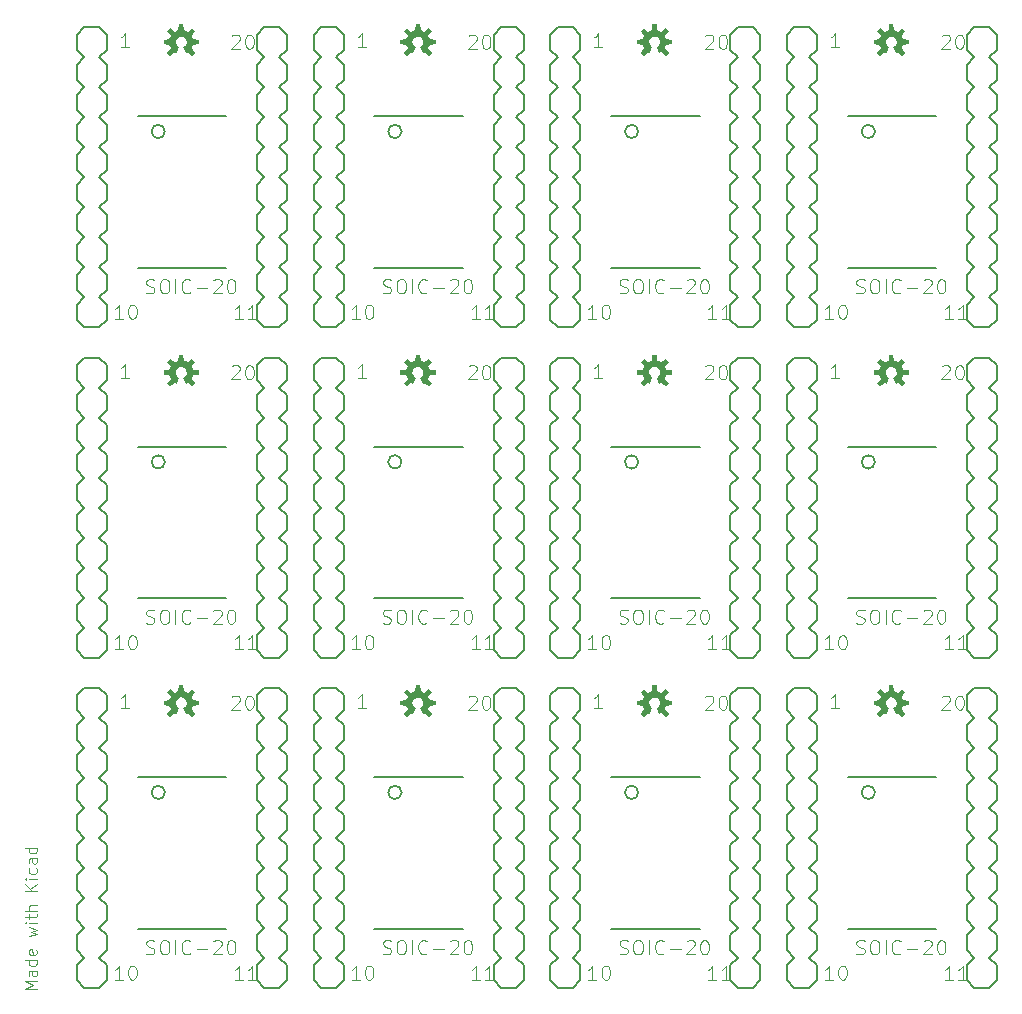
<source format=gbr>
G04 #@! TF.GenerationSoftware,KiCad,Pcbnew,5.1.5-5.1.5*
G04 #@! TF.CreationDate,2020-06-01T10:45:08+10:00*
G04 #@! TF.ProjectId,SOIC20-TSSOP20_panelized,534f4943-3230-42d5-9453-534f5032305f,rev?*
G04 #@! TF.SameCoordinates,Original*
G04 #@! TF.FileFunction,Legend,Top*
G04 #@! TF.FilePolarity,Positive*
%FSLAX46Y46*%
G04 Gerber Fmt 4.6, Leading zero omitted, Abs format (unit mm)*
G04 Created by KiCad (PCBNEW 5.1.5-5.1.5) date 2020-06-01 10:45:08*
%MOMM*%
%LPD*%
G04 APERTURE LIST*
%ADD10C,0.100000*%
%ADD11C,0.101600*%
%ADD12C,0.152400*%
%ADD13C,0.203200*%
G04 APERTURE END LIST*
D10*
X136383478Y-173765510D02*
X135383478Y-173765510D01*
X136097764Y-173432177D01*
X135383478Y-173098844D01*
X136383478Y-173098844D01*
X136383478Y-172194082D02*
X135859669Y-172194082D01*
X135764431Y-172241701D01*
X135716812Y-172336939D01*
X135716812Y-172527415D01*
X135764431Y-172622653D01*
X136335859Y-172194082D02*
X136383478Y-172289320D01*
X136383478Y-172527415D01*
X136335859Y-172622653D01*
X136240621Y-172670272D01*
X136145383Y-172670272D01*
X136050145Y-172622653D01*
X136002526Y-172527415D01*
X136002526Y-172289320D01*
X135954907Y-172194082D01*
X136383478Y-171289320D02*
X135383478Y-171289320D01*
X136335859Y-171289320D02*
X136383478Y-171384558D01*
X136383478Y-171575034D01*
X136335859Y-171670272D01*
X136288240Y-171717891D01*
X136193002Y-171765510D01*
X135907288Y-171765510D01*
X135812050Y-171717891D01*
X135764431Y-171670272D01*
X135716812Y-171575034D01*
X135716812Y-171384558D01*
X135764431Y-171289320D01*
X136335859Y-170432177D02*
X136383478Y-170527415D01*
X136383478Y-170717891D01*
X136335859Y-170813129D01*
X136240621Y-170860748D01*
X135859669Y-170860748D01*
X135764431Y-170813129D01*
X135716812Y-170717891D01*
X135716812Y-170527415D01*
X135764431Y-170432177D01*
X135859669Y-170384558D01*
X135954907Y-170384558D01*
X136050145Y-170860748D01*
X135716812Y-169289320D02*
X136383478Y-169098844D01*
X135907288Y-168908367D01*
X136383478Y-168717891D01*
X135716812Y-168527415D01*
X136383478Y-168146463D02*
X135716812Y-168146463D01*
X135383478Y-168146463D02*
X135431098Y-168194082D01*
X135478717Y-168146463D01*
X135431098Y-168098844D01*
X135383478Y-168146463D01*
X135478717Y-168146463D01*
X135716812Y-167813129D02*
X135716812Y-167432177D01*
X135383478Y-167670272D02*
X136240621Y-167670272D01*
X136335859Y-167622653D01*
X136383478Y-167527415D01*
X136383478Y-167432177D01*
X136383478Y-167098844D02*
X135383478Y-167098844D01*
X136383478Y-166670272D02*
X135859669Y-166670272D01*
X135764431Y-166717891D01*
X135716812Y-166813129D01*
X135716812Y-166955986D01*
X135764431Y-167051225D01*
X135812050Y-167098844D01*
X136383478Y-165432177D02*
X135383478Y-165432177D01*
X136383478Y-164860748D02*
X135812050Y-165289320D01*
X135383478Y-164860748D02*
X135954907Y-165432177D01*
X136383478Y-164432177D02*
X135716812Y-164432177D01*
X135383478Y-164432177D02*
X135431098Y-164479796D01*
X135478717Y-164432177D01*
X135431098Y-164384558D01*
X135383478Y-164432177D01*
X135478717Y-164432177D01*
X136335859Y-163527415D02*
X136383478Y-163622653D01*
X136383478Y-163813129D01*
X136335859Y-163908367D01*
X136288240Y-163955986D01*
X136193002Y-164003606D01*
X135907288Y-164003606D01*
X135812050Y-163955986D01*
X135764431Y-163908367D01*
X135716812Y-163813129D01*
X135716812Y-163622653D01*
X135764431Y-163527415D01*
X136383478Y-162670272D02*
X135859669Y-162670272D01*
X135764431Y-162717891D01*
X135716812Y-162813129D01*
X135716812Y-163003606D01*
X135764431Y-163098844D01*
X136335859Y-162670272D02*
X136383478Y-162765510D01*
X136383478Y-163003606D01*
X136335859Y-163098844D01*
X136240621Y-163146463D01*
X136145383Y-163146463D01*
X136050145Y-163098844D01*
X136002526Y-163003606D01*
X136002526Y-162765510D01*
X135954907Y-162670272D01*
X136383478Y-161765510D02*
X135383478Y-161765510D01*
X136335859Y-161765510D02*
X136383478Y-161860748D01*
X136383478Y-162051225D01*
X136335859Y-162146463D01*
X136288240Y-162194082D01*
X136193002Y-162241701D01*
X135907288Y-162241701D01*
X135812050Y-162194082D01*
X135764431Y-162146463D01*
X135716812Y-162051225D01*
X135716812Y-161860748D01*
X135764431Y-161765510D01*
D11*
X213018955Y-149014556D02*
X213076407Y-148957104D01*
X213191312Y-148899651D01*
X213478574Y-148899651D01*
X213593479Y-148957104D01*
X213650931Y-149014556D01*
X213708384Y-149129461D01*
X213708384Y-149244365D01*
X213650931Y-149416723D01*
X212961503Y-150106151D01*
X213708384Y-150106151D01*
X214455265Y-148899651D02*
X214570169Y-148899651D01*
X214685074Y-148957104D01*
X214742526Y-149014556D01*
X214799979Y-149129461D01*
X214857431Y-149359270D01*
X214857431Y-149646532D01*
X214799979Y-149876342D01*
X214742526Y-149991246D01*
X214685074Y-150048699D01*
X214570169Y-150106151D01*
X214455265Y-150106151D01*
X214340360Y-150048699D01*
X214282907Y-149991246D01*
X214225455Y-149876342D01*
X214168003Y-149646532D01*
X214168003Y-149359270D01*
X214225455Y-149129461D01*
X214282907Y-149014556D01*
X214340360Y-148957104D01*
X214455265Y-148899651D01*
X213018955Y-121034554D02*
X213076407Y-120977102D01*
X213191312Y-120919649D01*
X213478574Y-120919649D01*
X213593479Y-120977102D01*
X213650931Y-121034554D01*
X213708384Y-121149459D01*
X213708384Y-121264363D01*
X213650931Y-121436721D01*
X212961503Y-122126149D01*
X213708384Y-122126149D01*
X214455265Y-120919649D02*
X214570169Y-120919649D01*
X214685074Y-120977102D01*
X214742526Y-121034554D01*
X214799979Y-121149459D01*
X214857431Y-121379268D01*
X214857431Y-121666530D01*
X214799979Y-121896340D01*
X214742526Y-122011244D01*
X214685074Y-122068697D01*
X214570169Y-122126149D01*
X214455265Y-122126149D01*
X214340360Y-122068697D01*
X214282907Y-122011244D01*
X214225455Y-121896340D01*
X214168003Y-121666530D01*
X214168003Y-121379268D01*
X214225455Y-121149459D01*
X214282907Y-121034554D01*
X214340360Y-120977102D01*
X214455265Y-120919649D01*
X213018955Y-93054552D02*
X213076407Y-92997100D01*
X213191312Y-92939647D01*
X213478574Y-92939647D01*
X213593479Y-92997100D01*
X213650931Y-93054552D01*
X213708384Y-93169457D01*
X213708384Y-93284361D01*
X213650931Y-93456719D01*
X212961503Y-94146147D01*
X213708384Y-94146147D01*
X214455265Y-92939647D02*
X214570169Y-92939647D01*
X214685074Y-92997100D01*
X214742526Y-93054552D01*
X214799979Y-93169457D01*
X214857431Y-93399266D01*
X214857431Y-93686528D01*
X214799979Y-93916338D01*
X214742526Y-94031242D01*
X214685074Y-94088695D01*
X214570169Y-94146147D01*
X214455265Y-94146147D01*
X214340360Y-94088695D01*
X214282907Y-94031242D01*
X214225455Y-93916338D01*
X214168003Y-93686528D01*
X214168003Y-93399266D01*
X214225455Y-93169457D01*
X214282907Y-93054552D01*
X214340360Y-92997100D01*
X214455265Y-92939647D01*
X192978953Y-149014556D02*
X193036405Y-148957104D01*
X193151310Y-148899651D01*
X193438572Y-148899651D01*
X193553477Y-148957104D01*
X193610929Y-149014556D01*
X193668382Y-149129461D01*
X193668382Y-149244365D01*
X193610929Y-149416723D01*
X192921501Y-150106151D01*
X193668382Y-150106151D01*
X194415263Y-148899651D02*
X194530167Y-148899651D01*
X194645072Y-148957104D01*
X194702524Y-149014556D01*
X194759977Y-149129461D01*
X194817429Y-149359270D01*
X194817429Y-149646532D01*
X194759977Y-149876342D01*
X194702524Y-149991246D01*
X194645072Y-150048699D01*
X194530167Y-150106151D01*
X194415263Y-150106151D01*
X194300358Y-150048699D01*
X194242905Y-149991246D01*
X194185453Y-149876342D01*
X194128001Y-149646532D01*
X194128001Y-149359270D01*
X194185453Y-149129461D01*
X194242905Y-149014556D01*
X194300358Y-148957104D01*
X194415263Y-148899651D01*
X192978953Y-121034554D02*
X193036405Y-120977102D01*
X193151310Y-120919649D01*
X193438572Y-120919649D01*
X193553477Y-120977102D01*
X193610929Y-121034554D01*
X193668382Y-121149459D01*
X193668382Y-121264363D01*
X193610929Y-121436721D01*
X192921501Y-122126149D01*
X193668382Y-122126149D01*
X194415263Y-120919649D02*
X194530167Y-120919649D01*
X194645072Y-120977102D01*
X194702524Y-121034554D01*
X194759977Y-121149459D01*
X194817429Y-121379268D01*
X194817429Y-121666530D01*
X194759977Y-121896340D01*
X194702524Y-122011244D01*
X194645072Y-122068697D01*
X194530167Y-122126149D01*
X194415263Y-122126149D01*
X194300358Y-122068697D01*
X194242905Y-122011244D01*
X194185453Y-121896340D01*
X194128001Y-121666530D01*
X194128001Y-121379268D01*
X194185453Y-121149459D01*
X194242905Y-121034554D01*
X194300358Y-120977102D01*
X194415263Y-120919649D01*
X192978953Y-93054552D02*
X193036405Y-92997100D01*
X193151310Y-92939647D01*
X193438572Y-92939647D01*
X193553477Y-92997100D01*
X193610929Y-93054552D01*
X193668382Y-93169457D01*
X193668382Y-93284361D01*
X193610929Y-93456719D01*
X192921501Y-94146147D01*
X193668382Y-94146147D01*
X194415263Y-92939647D02*
X194530167Y-92939647D01*
X194645072Y-92997100D01*
X194702524Y-93054552D01*
X194759977Y-93169457D01*
X194817429Y-93399266D01*
X194817429Y-93686528D01*
X194759977Y-93916338D01*
X194702524Y-94031242D01*
X194645072Y-94088695D01*
X194530167Y-94146147D01*
X194415263Y-94146147D01*
X194300358Y-94088695D01*
X194242905Y-94031242D01*
X194185453Y-93916338D01*
X194128001Y-93686528D01*
X194128001Y-93399266D01*
X194185453Y-93169457D01*
X194242905Y-93054552D01*
X194300358Y-92997100D01*
X194415263Y-92939647D01*
X172938951Y-149014556D02*
X172996403Y-148957104D01*
X173111308Y-148899651D01*
X173398570Y-148899651D01*
X173513475Y-148957104D01*
X173570927Y-149014556D01*
X173628380Y-149129461D01*
X173628380Y-149244365D01*
X173570927Y-149416723D01*
X172881499Y-150106151D01*
X173628380Y-150106151D01*
X174375261Y-148899651D02*
X174490165Y-148899651D01*
X174605070Y-148957104D01*
X174662522Y-149014556D01*
X174719975Y-149129461D01*
X174777427Y-149359270D01*
X174777427Y-149646532D01*
X174719975Y-149876342D01*
X174662522Y-149991246D01*
X174605070Y-150048699D01*
X174490165Y-150106151D01*
X174375261Y-150106151D01*
X174260356Y-150048699D01*
X174202903Y-149991246D01*
X174145451Y-149876342D01*
X174087999Y-149646532D01*
X174087999Y-149359270D01*
X174145451Y-149129461D01*
X174202903Y-149014556D01*
X174260356Y-148957104D01*
X174375261Y-148899651D01*
X172938951Y-121034554D02*
X172996403Y-120977102D01*
X173111308Y-120919649D01*
X173398570Y-120919649D01*
X173513475Y-120977102D01*
X173570927Y-121034554D01*
X173628380Y-121149459D01*
X173628380Y-121264363D01*
X173570927Y-121436721D01*
X172881499Y-122126149D01*
X173628380Y-122126149D01*
X174375261Y-120919649D02*
X174490165Y-120919649D01*
X174605070Y-120977102D01*
X174662522Y-121034554D01*
X174719975Y-121149459D01*
X174777427Y-121379268D01*
X174777427Y-121666530D01*
X174719975Y-121896340D01*
X174662522Y-122011244D01*
X174605070Y-122068697D01*
X174490165Y-122126149D01*
X174375261Y-122126149D01*
X174260356Y-122068697D01*
X174202903Y-122011244D01*
X174145451Y-121896340D01*
X174087999Y-121666530D01*
X174087999Y-121379268D01*
X174145451Y-121149459D01*
X174202903Y-121034554D01*
X174260356Y-120977102D01*
X174375261Y-120919649D01*
X172938951Y-93054552D02*
X172996403Y-92997100D01*
X173111308Y-92939647D01*
X173398570Y-92939647D01*
X173513475Y-92997100D01*
X173570927Y-93054552D01*
X173628380Y-93169457D01*
X173628380Y-93284361D01*
X173570927Y-93456719D01*
X172881499Y-94146147D01*
X173628380Y-94146147D01*
X174375261Y-92939647D02*
X174490165Y-92939647D01*
X174605070Y-92997100D01*
X174662522Y-93054552D01*
X174719975Y-93169457D01*
X174777427Y-93399266D01*
X174777427Y-93686528D01*
X174719975Y-93916338D01*
X174662522Y-94031242D01*
X174605070Y-94088695D01*
X174490165Y-94146147D01*
X174375261Y-94146147D01*
X174260356Y-94088695D01*
X174202903Y-94031242D01*
X174145451Y-93916338D01*
X174087999Y-93686528D01*
X174087999Y-93399266D01*
X174145451Y-93169457D01*
X174202903Y-93054552D01*
X174260356Y-92997100D01*
X174375261Y-92939647D01*
X152898949Y-149014556D02*
X152956401Y-148957104D01*
X153071306Y-148899651D01*
X153358568Y-148899651D01*
X153473473Y-148957104D01*
X153530925Y-149014556D01*
X153588378Y-149129461D01*
X153588378Y-149244365D01*
X153530925Y-149416723D01*
X152841497Y-150106151D01*
X153588378Y-150106151D01*
X154335259Y-148899651D02*
X154450163Y-148899651D01*
X154565068Y-148957104D01*
X154622520Y-149014556D01*
X154679973Y-149129461D01*
X154737425Y-149359270D01*
X154737425Y-149646532D01*
X154679973Y-149876342D01*
X154622520Y-149991246D01*
X154565068Y-150048699D01*
X154450163Y-150106151D01*
X154335259Y-150106151D01*
X154220354Y-150048699D01*
X154162901Y-149991246D01*
X154105449Y-149876342D01*
X154047997Y-149646532D01*
X154047997Y-149359270D01*
X154105449Y-149129461D01*
X154162901Y-149014556D01*
X154220354Y-148957104D01*
X154335259Y-148899651D01*
X152898949Y-121034554D02*
X152956401Y-120977102D01*
X153071306Y-120919649D01*
X153358568Y-120919649D01*
X153473473Y-120977102D01*
X153530925Y-121034554D01*
X153588378Y-121149459D01*
X153588378Y-121264363D01*
X153530925Y-121436721D01*
X152841497Y-122126149D01*
X153588378Y-122126149D01*
X154335259Y-120919649D02*
X154450163Y-120919649D01*
X154565068Y-120977102D01*
X154622520Y-121034554D01*
X154679973Y-121149459D01*
X154737425Y-121379268D01*
X154737425Y-121666530D01*
X154679973Y-121896340D01*
X154622520Y-122011244D01*
X154565068Y-122068697D01*
X154450163Y-122126149D01*
X154335259Y-122126149D01*
X154220354Y-122068697D01*
X154162901Y-122011244D01*
X154105449Y-121896340D01*
X154047997Y-121666530D01*
X154047997Y-121379268D01*
X154105449Y-121149459D01*
X154162901Y-121034554D01*
X154220354Y-120977102D01*
X154335259Y-120919649D01*
X213962384Y-172966151D02*
X213272955Y-172966151D01*
X213617669Y-172966151D02*
X213617669Y-171759651D01*
X213502765Y-171932008D01*
X213387860Y-172046913D01*
X213272955Y-172104365D01*
X215111431Y-172966151D02*
X214422003Y-172966151D01*
X214766717Y-172966151D02*
X214766717Y-171759651D01*
X214651812Y-171932008D01*
X214536907Y-172046913D01*
X214422003Y-172104365D01*
X213962384Y-144986149D02*
X213272955Y-144986149D01*
X213617669Y-144986149D02*
X213617669Y-143779649D01*
X213502765Y-143952006D01*
X213387860Y-144066911D01*
X213272955Y-144124363D01*
X215111431Y-144986149D02*
X214422003Y-144986149D01*
X214766717Y-144986149D02*
X214766717Y-143779649D01*
X214651812Y-143952006D01*
X214536907Y-144066911D01*
X214422003Y-144124363D01*
X213962384Y-117006147D02*
X213272955Y-117006147D01*
X213617669Y-117006147D02*
X213617669Y-115799647D01*
X213502765Y-115972004D01*
X213387860Y-116086909D01*
X213272955Y-116144361D01*
X215111431Y-117006147D02*
X214422003Y-117006147D01*
X214766717Y-117006147D02*
X214766717Y-115799647D01*
X214651812Y-115972004D01*
X214536907Y-116086909D01*
X214422003Y-116144361D01*
X193922382Y-172966151D02*
X193232953Y-172966151D01*
X193577667Y-172966151D02*
X193577667Y-171759651D01*
X193462763Y-171932008D01*
X193347858Y-172046913D01*
X193232953Y-172104365D01*
X195071429Y-172966151D02*
X194382001Y-172966151D01*
X194726715Y-172966151D02*
X194726715Y-171759651D01*
X194611810Y-171932008D01*
X194496905Y-172046913D01*
X194382001Y-172104365D01*
X193922382Y-144986149D02*
X193232953Y-144986149D01*
X193577667Y-144986149D02*
X193577667Y-143779649D01*
X193462763Y-143952006D01*
X193347858Y-144066911D01*
X193232953Y-144124363D01*
X195071429Y-144986149D02*
X194382001Y-144986149D01*
X194726715Y-144986149D02*
X194726715Y-143779649D01*
X194611810Y-143952006D01*
X194496905Y-144066911D01*
X194382001Y-144124363D01*
X193922382Y-117006147D02*
X193232953Y-117006147D01*
X193577667Y-117006147D02*
X193577667Y-115799647D01*
X193462763Y-115972004D01*
X193347858Y-116086909D01*
X193232953Y-116144361D01*
X195071429Y-117006147D02*
X194382001Y-117006147D01*
X194726715Y-117006147D02*
X194726715Y-115799647D01*
X194611810Y-115972004D01*
X194496905Y-116086909D01*
X194382001Y-116144361D01*
X173882380Y-172966151D02*
X173192951Y-172966151D01*
X173537665Y-172966151D02*
X173537665Y-171759651D01*
X173422761Y-171932008D01*
X173307856Y-172046913D01*
X173192951Y-172104365D01*
X175031427Y-172966151D02*
X174341999Y-172966151D01*
X174686713Y-172966151D02*
X174686713Y-171759651D01*
X174571808Y-171932008D01*
X174456903Y-172046913D01*
X174341999Y-172104365D01*
X173882380Y-144986149D02*
X173192951Y-144986149D01*
X173537665Y-144986149D02*
X173537665Y-143779649D01*
X173422761Y-143952006D01*
X173307856Y-144066911D01*
X173192951Y-144124363D01*
X175031427Y-144986149D02*
X174341999Y-144986149D01*
X174686713Y-144986149D02*
X174686713Y-143779649D01*
X174571808Y-143952006D01*
X174456903Y-144066911D01*
X174341999Y-144124363D01*
X173882380Y-117006147D02*
X173192951Y-117006147D01*
X173537665Y-117006147D02*
X173537665Y-115799647D01*
X173422761Y-115972004D01*
X173307856Y-116086909D01*
X173192951Y-116144361D01*
X175031427Y-117006147D02*
X174341999Y-117006147D01*
X174686713Y-117006147D02*
X174686713Y-115799647D01*
X174571808Y-115972004D01*
X174456903Y-116086909D01*
X174341999Y-116144361D01*
X153842378Y-172966151D02*
X153152949Y-172966151D01*
X153497663Y-172966151D02*
X153497663Y-171759651D01*
X153382759Y-171932008D01*
X153267854Y-172046913D01*
X153152949Y-172104365D01*
X154991425Y-172966151D02*
X154301997Y-172966151D01*
X154646711Y-172966151D02*
X154646711Y-171759651D01*
X154531806Y-171932008D01*
X154416901Y-172046913D01*
X154301997Y-172104365D01*
X153842378Y-144986149D02*
X153152949Y-144986149D01*
X153497663Y-144986149D02*
X153497663Y-143779649D01*
X153382759Y-143952006D01*
X153267854Y-144066911D01*
X153152949Y-144124363D01*
X154991425Y-144986149D02*
X154301997Y-144986149D01*
X154646711Y-144986149D02*
X154646711Y-143779649D01*
X154531806Y-143952006D01*
X154416901Y-144066911D01*
X154301997Y-144124363D01*
X203802384Y-172966151D02*
X203112955Y-172966151D01*
X203457669Y-172966151D02*
X203457669Y-171759651D01*
X203342765Y-171932008D01*
X203227860Y-172046913D01*
X203112955Y-172104365D01*
X204549265Y-171759651D02*
X204664169Y-171759651D01*
X204779074Y-171817104D01*
X204836526Y-171874556D01*
X204893979Y-171989461D01*
X204951431Y-172219270D01*
X204951431Y-172506532D01*
X204893979Y-172736342D01*
X204836526Y-172851246D01*
X204779074Y-172908699D01*
X204664169Y-172966151D01*
X204549265Y-172966151D01*
X204434360Y-172908699D01*
X204376907Y-172851246D01*
X204319455Y-172736342D01*
X204262003Y-172506532D01*
X204262003Y-172219270D01*
X204319455Y-171989461D01*
X204376907Y-171874556D01*
X204434360Y-171817104D01*
X204549265Y-171759651D01*
X203802384Y-144986149D02*
X203112955Y-144986149D01*
X203457669Y-144986149D02*
X203457669Y-143779649D01*
X203342765Y-143952006D01*
X203227860Y-144066911D01*
X203112955Y-144124363D01*
X204549265Y-143779649D02*
X204664169Y-143779649D01*
X204779074Y-143837102D01*
X204836526Y-143894554D01*
X204893979Y-144009459D01*
X204951431Y-144239268D01*
X204951431Y-144526530D01*
X204893979Y-144756340D01*
X204836526Y-144871244D01*
X204779074Y-144928697D01*
X204664169Y-144986149D01*
X204549265Y-144986149D01*
X204434360Y-144928697D01*
X204376907Y-144871244D01*
X204319455Y-144756340D01*
X204262003Y-144526530D01*
X204262003Y-144239268D01*
X204319455Y-144009459D01*
X204376907Y-143894554D01*
X204434360Y-143837102D01*
X204549265Y-143779649D01*
X203802384Y-117006147D02*
X203112955Y-117006147D01*
X203457669Y-117006147D02*
X203457669Y-115799647D01*
X203342765Y-115972004D01*
X203227860Y-116086909D01*
X203112955Y-116144361D01*
X204549265Y-115799647D02*
X204664169Y-115799647D01*
X204779074Y-115857100D01*
X204836526Y-115914552D01*
X204893979Y-116029457D01*
X204951431Y-116259266D01*
X204951431Y-116546528D01*
X204893979Y-116776338D01*
X204836526Y-116891242D01*
X204779074Y-116948695D01*
X204664169Y-117006147D01*
X204549265Y-117006147D01*
X204434360Y-116948695D01*
X204376907Y-116891242D01*
X204319455Y-116776338D01*
X204262003Y-116546528D01*
X204262003Y-116259266D01*
X204319455Y-116029457D01*
X204376907Y-115914552D01*
X204434360Y-115857100D01*
X204549265Y-115799647D01*
X183762382Y-172966151D02*
X183072953Y-172966151D01*
X183417667Y-172966151D02*
X183417667Y-171759651D01*
X183302763Y-171932008D01*
X183187858Y-172046913D01*
X183072953Y-172104365D01*
X184509263Y-171759651D02*
X184624167Y-171759651D01*
X184739072Y-171817104D01*
X184796524Y-171874556D01*
X184853977Y-171989461D01*
X184911429Y-172219270D01*
X184911429Y-172506532D01*
X184853977Y-172736342D01*
X184796524Y-172851246D01*
X184739072Y-172908699D01*
X184624167Y-172966151D01*
X184509263Y-172966151D01*
X184394358Y-172908699D01*
X184336905Y-172851246D01*
X184279453Y-172736342D01*
X184222001Y-172506532D01*
X184222001Y-172219270D01*
X184279453Y-171989461D01*
X184336905Y-171874556D01*
X184394358Y-171817104D01*
X184509263Y-171759651D01*
X183762382Y-144986149D02*
X183072953Y-144986149D01*
X183417667Y-144986149D02*
X183417667Y-143779649D01*
X183302763Y-143952006D01*
X183187858Y-144066911D01*
X183072953Y-144124363D01*
X184509263Y-143779649D02*
X184624167Y-143779649D01*
X184739072Y-143837102D01*
X184796524Y-143894554D01*
X184853977Y-144009459D01*
X184911429Y-144239268D01*
X184911429Y-144526530D01*
X184853977Y-144756340D01*
X184796524Y-144871244D01*
X184739072Y-144928697D01*
X184624167Y-144986149D01*
X184509263Y-144986149D01*
X184394358Y-144928697D01*
X184336905Y-144871244D01*
X184279453Y-144756340D01*
X184222001Y-144526530D01*
X184222001Y-144239268D01*
X184279453Y-144009459D01*
X184336905Y-143894554D01*
X184394358Y-143837102D01*
X184509263Y-143779649D01*
X183762382Y-117006147D02*
X183072953Y-117006147D01*
X183417667Y-117006147D02*
X183417667Y-115799647D01*
X183302763Y-115972004D01*
X183187858Y-116086909D01*
X183072953Y-116144361D01*
X184509263Y-115799647D02*
X184624167Y-115799647D01*
X184739072Y-115857100D01*
X184796524Y-115914552D01*
X184853977Y-116029457D01*
X184911429Y-116259266D01*
X184911429Y-116546528D01*
X184853977Y-116776338D01*
X184796524Y-116891242D01*
X184739072Y-116948695D01*
X184624167Y-117006147D01*
X184509263Y-117006147D01*
X184394358Y-116948695D01*
X184336905Y-116891242D01*
X184279453Y-116776338D01*
X184222001Y-116546528D01*
X184222001Y-116259266D01*
X184279453Y-116029457D01*
X184336905Y-115914552D01*
X184394358Y-115857100D01*
X184509263Y-115799647D01*
X163722380Y-172966151D02*
X163032951Y-172966151D01*
X163377665Y-172966151D02*
X163377665Y-171759651D01*
X163262761Y-171932008D01*
X163147856Y-172046913D01*
X163032951Y-172104365D01*
X164469261Y-171759651D02*
X164584165Y-171759651D01*
X164699070Y-171817104D01*
X164756522Y-171874556D01*
X164813975Y-171989461D01*
X164871427Y-172219270D01*
X164871427Y-172506532D01*
X164813975Y-172736342D01*
X164756522Y-172851246D01*
X164699070Y-172908699D01*
X164584165Y-172966151D01*
X164469261Y-172966151D01*
X164354356Y-172908699D01*
X164296903Y-172851246D01*
X164239451Y-172736342D01*
X164181999Y-172506532D01*
X164181999Y-172219270D01*
X164239451Y-171989461D01*
X164296903Y-171874556D01*
X164354356Y-171817104D01*
X164469261Y-171759651D01*
X163722380Y-144986149D02*
X163032951Y-144986149D01*
X163377665Y-144986149D02*
X163377665Y-143779649D01*
X163262761Y-143952006D01*
X163147856Y-144066911D01*
X163032951Y-144124363D01*
X164469261Y-143779649D02*
X164584165Y-143779649D01*
X164699070Y-143837102D01*
X164756522Y-143894554D01*
X164813975Y-144009459D01*
X164871427Y-144239268D01*
X164871427Y-144526530D01*
X164813975Y-144756340D01*
X164756522Y-144871244D01*
X164699070Y-144928697D01*
X164584165Y-144986149D01*
X164469261Y-144986149D01*
X164354356Y-144928697D01*
X164296903Y-144871244D01*
X164239451Y-144756340D01*
X164181999Y-144526530D01*
X164181999Y-144239268D01*
X164239451Y-144009459D01*
X164296903Y-143894554D01*
X164354356Y-143837102D01*
X164469261Y-143779649D01*
X163722380Y-117006147D02*
X163032951Y-117006147D01*
X163377665Y-117006147D02*
X163377665Y-115799647D01*
X163262761Y-115972004D01*
X163147856Y-116086909D01*
X163032951Y-116144361D01*
X164469261Y-115799647D02*
X164584165Y-115799647D01*
X164699070Y-115857100D01*
X164756522Y-115914552D01*
X164813975Y-116029457D01*
X164871427Y-116259266D01*
X164871427Y-116546528D01*
X164813975Y-116776338D01*
X164756522Y-116891242D01*
X164699070Y-116948695D01*
X164584165Y-117006147D01*
X164469261Y-117006147D01*
X164354356Y-116948695D01*
X164296903Y-116891242D01*
X164239451Y-116776338D01*
X164181999Y-116546528D01*
X164181999Y-116259266D01*
X164239451Y-116029457D01*
X164296903Y-115914552D01*
X164354356Y-115857100D01*
X164469261Y-115799647D01*
X143682378Y-172966151D02*
X142992949Y-172966151D01*
X143337663Y-172966151D02*
X143337663Y-171759651D01*
X143222759Y-171932008D01*
X143107854Y-172046913D01*
X142992949Y-172104365D01*
X144429259Y-171759651D02*
X144544163Y-171759651D01*
X144659068Y-171817104D01*
X144716520Y-171874556D01*
X144773973Y-171989461D01*
X144831425Y-172219270D01*
X144831425Y-172506532D01*
X144773973Y-172736342D01*
X144716520Y-172851246D01*
X144659068Y-172908699D01*
X144544163Y-172966151D01*
X144429259Y-172966151D01*
X144314354Y-172908699D01*
X144256901Y-172851246D01*
X144199449Y-172736342D01*
X144141997Y-172506532D01*
X144141997Y-172219270D01*
X144199449Y-171989461D01*
X144256901Y-171874556D01*
X144314354Y-171817104D01*
X144429259Y-171759651D01*
X143682378Y-144986149D02*
X142992949Y-144986149D01*
X143337663Y-144986149D02*
X143337663Y-143779649D01*
X143222759Y-143952006D01*
X143107854Y-144066911D01*
X142992949Y-144124363D01*
X144429259Y-143779649D02*
X144544163Y-143779649D01*
X144659068Y-143837102D01*
X144716520Y-143894554D01*
X144773973Y-144009459D01*
X144831425Y-144239268D01*
X144831425Y-144526530D01*
X144773973Y-144756340D01*
X144716520Y-144871244D01*
X144659068Y-144928697D01*
X144544163Y-144986149D01*
X144429259Y-144986149D01*
X144314354Y-144928697D01*
X144256901Y-144871244D01*
X144199449Y-144756340D01*
X144141997Y-144526530D01*
X144141997Y-144239268D01*
X144199449Y-144009459D01*
X144256901Y-143894554D01*
X144314354Y-143837102D01*
X144429259Y-143779649D01*
X204310384Y-149979151D02*
X203620955Y-149979151D01*
X203965669Y-149979151D02*
X203965669Y-148772651D01*
X203850765Y-148945008D01*
X203735860Y-149059913D01*
X203620955Y-149117365D01*
X204310384Y-121999149D02*
X203620955Y-121999149D01*
X203965669Y-121999149D02*
X203965669Y-120792649D01*
X203850765Y-120965006D01*
X203735860Y-121079911D01*
X203620955Y-121137363D01*
X204310384Y-94019147D02*
X203620955Y-94019147D01*
X203965669Y-94019147D02*
X203965669Y-92812647D01*
X203850765Y-92985004D01*
X203735860Y-93099909D01*
X203620955Y-93157361D01*
X184270382Y-149979151D02*
X183580953Y-149979151D01*
X183925667Y-149979151D02*
X183925667Y-148772651D01*
X183810763Y-148945008D01*
X183695858Y-149059913D01*
X183580953Y-149117365D01*
X184270382Y-121999149D02*
X183580953Y-121999149D01*
X183925667Y-121999149D02*
X183925667Y-120792649D01*
X183810763Y-120965006D01*
X183695858Y-121079911D01*
X183580953Y-121137363D01*
X184270382Y-94019147D02*
X183580953Y-94019147D01*
X183925667Y-94019147D02*
X183925667Y-92812647D01*
X183810763Y-92985004D01*
X183695858Y-93099909D01*
X183580953Y-93157361D01*
X164230380Y-149979151D02*
X163540951Y-149979151D01*
X163885665Y-149979151D02*
X163885665Y-148772651D01*
X163770761Y-148945008D01*
X163655856Y-149059913D01*
X163540951Y-149117365D01*
X164230380Y-121999149D02*
X163540951Y-121999149D01*
X163885665Y-121999149D02*
X163885665Y-120792649D01*
X163770761Y-120965006D01*
X163655856Y-121079911D01*
X163540951Y-121137363D01*
X164230380Y-94019147D02*
X163540951Y-94019147D01*
X163885665Y-94019147D02*
X163885665Y-92812647D01*
X163770761Y-92985004D01*
X163655856Y-93099909D01*
X163540951Y-93157361D01*
X144190378Y-149979151D02*
X143500949Y-149979151D01*
X143845663Y-149979151D02*
X143845663Y-148772651D01*
X143730759Y-148945008D01*
X143615854Y-149059913D01*
X143500949Y-149117365D01*
X144190378Y-121999149D02*
X143500949Y-121999149D01*
X143845663Y-121999149D02*
X143845663Y-120792649D01*
X143730759Y-120965006D01*
X143615854Y-121079911D01*
X143500949Y-121137363D01*
X205779955Y-170749699D02*
X205952312Y-170807151D01*
X206239574Y-170807151D01*
X206354479Y-170749699D01*
X206411931Y-170692246D01*
X206469384Y-170577342D01*
X206469384Y-170462437D01*
X206411931Y-170347532D01*
X206354479Y-170290080D01*
X206239574Y-170232627D01*
X206009765Y-170175175D01*
X205894860Y-170117723D01*
X205837407Y-170060270D01*
X205779955Y-169945365D01*
X205779955Y-169830461D01*
X205837407Y-169715556D01*
X205894860Y-169658104D01*
X206009765Y-169600651D01*
X206297026Y-169600651D01*
X206469384Y-169658104D01*
X207216265Y-169600651D02*
X207446074Y-169600651D01*
X207560979Y-169658104D01*
X207675884Y-169773008D01*
X207733336Y-170002818D01*
X207733336Y-170404984D01*
X207675884Y-170634794D01*
X207560979Y-170749699D01*
X207446074Y-170807151D01*
X207216265Y-170807151D01*
X207101360Y-170749699D01*
X206986455Y-170634794D01*
X206929003Y-170404984D01*
X206929003Y-170002818D01*
X206986455Y-169773008D01*
X207101360Y-169658104D01*
X207216265Y-169600651D01*
X208250407Y-170807151D02*
X208250407Y-169600651D01*
X209514360Y-170692246D02*
X209456907Y-170749699D01*
X209284550Y-170807151D01*
X209169646Y-170807151D01*
X208997288Y-170749699D01*
X208882384Y-170634794D01*
X208824931Y-170519889D01*
X208767479Y-170290080D01*
X208767479Y-170117723D01*
X208824931Y-169887913D01*
X208882384Y-169773008D01*
X208997288Y-169658104D01*
X209169646Y-169600651D01*
X209284550Y-169600651D01*
X209456907Y-169658104D01*
X209514360Y-169715556D01*
X210031431Y-170347532D02*
X210950669Y-170347532D01*
X211467741Y-169715556D02*
X211525193Y-169658104D01*
X211640098Y-169600651D01*
X211927360Y-169600651D01*
X212042265Y-169658104D01*
X212099717Y-169715556D01*
X212157169Y-169830461D01*
X212157169Y-169945365D01*
X212099717Y-170117723D01*
X211410288Y-170807151D01*
X212157169Y-170807151D01*
X212904050Y-169600651D02*
X213018955Y-169600651D01*
X213133860Y-169658104D01*
X213191312Y-169715556D01*
X213248765Y-169830461D01*
X213306217Y-170060270D01*
X213306217Y-170347532D01*
X213248765Y-170577342D01*
X213191312Y-170692246D01*
X213133860Y-170749699D01*
X213018955Y-170807151D01*
X212904050Y-170807151D01*
X212789146Y-170749699D01*
X212731693Y-170692246D01*
X212674241Y-170577342D01*
X212616788Y-170347532D01*
X212616788Y-170060270D01*
X212674241Y-169830461D01*
X212731693Y-169715556D01*
X212789146Y-169658104D01*
X212904050Y-169600651D01*
X205779955Y-142769697D02*
X205952312Y-142827149D01*
X206239574Y-142827149D01*
X206354479Y-142769697D01*
X206411931Y-142712244D01*
X206469384Y-142597340D01*
X206469384Y-142482435D01*
X206411931Y-142367530D01*
X206354479Y-142310078D01*
X206239574Y-142252625D01*
X206009765Y-142195173D01*
X205894860Y-142137721D01*
X205837407Y-142080268D01*
X205779955Y-141965363D01*
X205779955Y-141850459D01*
X205837407Y-141735554D01*
X205894860Y-141678102D01*
X206009765Y-141620649D01*
X206297026Y-141620649D01*
X206469384Y-141678102D01*
X207216265Y-141620649D02*
X207446074Y-141620649D01*
X207560979Y-141678102D01*
X207675884Y-141793006D01*
X207733336Y-142022816D01*
X207733336Y-142424982D01*
X207675884Y-142654792D01*
X207560979Y-142769697D01*
X207446074Y-142827149D01*
X207216265Y-142827149D01*
X207101360Y-142769697D01*
X206986455Y-142654792D01*
X206929003Y-142424982D01*
X206929003Y-142022816D01*
X206986455Y-141793006D01*
X207101360Y-141678102D01*
X207216265Y-141620649D01*
X208250407Y-142827149D02*
X208250407Y-141620649D01*
X209514360Y-142712244D02*
X209456907Y-142769697D01*
X209284550Y-142827149D01*
X209169646Y-142827149D01*
X208997288Y-142769697D01*
X208882384Y-142654792D01*
X208824931Y-142539887D01*
X208767479Y-142310078D01*
X208767479Y-142137721D01*
X208824931Y-141907911D01*
X208882384Y-141793006D01*
X208997288Y-141678102D01*
X209169646Y-141620649D01*
X209284550Y-141620649D01*
X209456907Y-141678102D01*
X209514360Y-141735554D01*
X210031431Y-142367530D02*
X210950669Y-142367530D01*
X211467741Y-141735554D02*
X211525193Y-141678102D01*
X211640098Y-141620649D01*
X211927360Y-141620649D01*
X212042265Y-141678102D01*
X212099717Y-141735554D01*
X212157169Y-141850459D01*
X212157169Y-141965363D01*
X212099717Y-142137721D01*
X211410288Y-142827149D01*
X212157169Y-142827149D01*
X212904050Y-141620649D02*
X213018955Y-141620649D01*
X213133860Y-141678102D01*
X213191312Y-141735554D01*
X213248765Y-141850459D01*
X213306217Y-142080268D01*
X213306217Y-142367530D01*
X213248765Y-142597340D01*
X213191312Y-142712244D01*
X213133860Y-142769697D01*
X213018955Y-142827149D01*
X212904050Y-142827149D01*
X212789146Y-142769697D01*
X212731693Y-142712244D01*
X212674241Y-142597340D01*
X212616788Y-142367530D01*
X212616788Y-142080268D01*
X212674241Y-141850459D01*
X212731693Y-141735554D01*
X212789146Y-141678102D01*
X212904050Y-141620649D01*
X205779955Y-114789695D02*
X205952312Y-114847147D01*
X206239574Y-114847147D01*
X206354479Y-114789695D01*
X206411931Y-114732242D01*
X206469384Y-114617338D01*
X206469384Y-114502433D01*
X206411931Y-114387528D01*
X206354479Y-114330076D01*
X206239574Y-114272623D01*
X206009765Y-114215171D01*
X205894860Y-114157719D01*
X205837407Y-114100266D01*
X205779955Y-113985361D01*
X205779955Y-113870457D01*
X205837407Y-113755552D01*
X205894860Y-113698100D01*
X206009765Y-113640647D01*
X206297026Y-113640647D01*
X206469384Y-113698100D01*
X207216265Y-113640647D02*
X207446074Y-113640647D01*
X207560979Y-113698100D01*
X207675884Y-113813004D01*
X207733336Y-114042814D01*
X207733336Y-114444980D01*
X207675884Y-114674790D01*
X207560979Y-114789695D01*
X207446074Y-114847147D01*
X207216265Y-114847147D01*
X207101360Y-114789695D01*
X206986455Y-114674790D01*
X206929003Y-114444980D01*
X206929003Y-114042814D01*
X206986455Y-113813004D01*
X207101360Y-113698100D01*
X207216265Y-113640647D01*
X208250407Y-114847147D02*
X208250407Y-113640647D01*
X209514360Y-114732242D02*
X209456907Y-114789695D01*
X209284550Y-114847147D01*
X209169646Y-114847147D01*
X208997288Y-114789695D01*
X208882384Y-114674790D01*
X208824931Y-114559885D01*
X208767479Y-114330076D01*
X208767479Y-114157719D01*
X208824931Y-113927909D01*
X208882384Y-113813004D01*
X208997288Y-113698100D01*
X209169646Y-113640647D01*
X209284550Y-113640647D01*
X209456907Y-113698100D01*
X209514360Y-113755552D01*
X210031431Y-114387528D02*
X210950669Y-114387528D01*
X211467741Y-113755552D02*
X211525193Y-113698100D01*
X211640098Y-113640647D01*
X211927360Y-113640647D01*
X212042265Y-113698100D01*
X212099717Y-113755552D01*
X212157169Y-113870457D01*
X212157169Y-113985361D01*
X212099717Y-114157719D01*
X211410288Y-114847147D01*
X212157169Y-114847147D01*
X212904050Y-113640647D02*
X213018955Y-113640647D01*
X213133860Y-113698100D01*
X213191312Y-113755552D01*
X213248765Y-113870457D01*
X213306217Y-114100266D01*
X213306217Y-114387528D01*
X213248765Y-114617338D01*
X213191312Y-114732242D01*
X213133860Y-114789695D01*
X213018955Y-114847147D01*
X212904050Y-114847147D01*
X212789146Y-114789695D01*
X212731693Y-114732242D01*
X212674241Y-114617338D01*
X212616788Y-114387528D01*
X212616788Y-114100266D01*
X212674241Y-113870457D01*
X212731693Y-113755552D01*
X212789146Y-113698100D01*
X212904050Y-113640647D01*
X185739953Y-170749699D02*
X185912310Y-170807151D01*
X186199572Y-170807151D01*
X186314477Y-170749699D01*
X186371929Y-170692246D01*
X186429382Y-170577342D01*
X186429382Y-170462437D01*
X186371929Y-170347532D01*
X186314477Y-170290080D01*
X186199572Y-170232627D01*
X185969763Y-170175175D01*
X185854858Y-170117723D01*
X185797405Y-170060270D01*
X185739953Y-169945365D01*
X185739953Y-169830461D01*
X185797405Y-169715556D01*
X185854858Y-169658104D01*
X185969763Y-169600651D01*
X186257024Y-169600651D01*
X186429382Y-169658104D01*
X187176263Y-169600651D02*
X187406072Y-169600651D01*
X187520977Y-169658104D01*
X187635882Y-169773008D01*
X187693334Y-170002818D01*
X187693334Y-170404984D01*
X187635882Y-170634794D01*
X187520977Y-170749699D01*
X187406072Y-170807151D01*
X187176263Y-170807151D01*
X187061358Y-170749699D01*
X186946453Y-170634794D01*
X186889001Y-170404984D01*
X186889001Y-170002818D01*
X186946453Y-169773008D01*
X187061358Y-169658104D01*
X187176263Y-169600651D01*
X188210405Y-170807151D02*
X188210405Y-169600651D01*
X189474358Y-170692246D02*
X189416905Y-170749699D01*
X189244548Y-170807151D01*
X189129644Y-170807151D01*
X188957286Y-170749699D01*
X188842382Y-170634794D01*
X188784929Y-170519889D01*
X188727477Y-170290080D01*
X188727477Y-170117723D01*
X188784929Y-169887913D01*
X188842382Y-169773008D01*
X188957286Y-169658104D01*
X189129644Y-169600651D01*
X189244548Y-169600651D01*
X189416905Y-169658104D01*
X189474358Y-169715556D01*
X189991429Y-170347532D02*
X190910667Y-170347532D01*
X191427739Y-169715556D02*
X191485191Y-169658104D01*
X191600096Y-169600651D01*
X191887358Y-169600651D01*
X192002263Y-169658104D01*
X192059715Y-169715556D01*
X192117167Y-169830461D01*
X192117167Y-169945365D01*
X192059715Y-170117723D01*
X191370286Y-170807151D01*
X192117167Y-170807151D01*
X192864048Y-169600651D02*
X192978953Y-169600651D01*
X193093858Y-169658104D01*
X193151310Y-169715556D01*
X193208763Y-169830461D01*
X193266215Y-170060270D01*
X193266215Y-170347532D01*
X193208763Y-170577342D01*
X193151310Y-170692246D01*
X193093858Y-170749699D01*
X192978953Y-170807151D01*
X192864048Y-170807151D01*
X192749144Y-170749699D01*
X192691691Y-170692246D01*
X192634239Y-170577342D01*
X192576786Y-170347532D01*
X192576786Y-170060270D01*
X192634239Y-169830461D01*
X192691691Y-169715556D01*
X192749144Y-169658104D01*
X192864048Y-169600651D01*
X185739953Y-142769697D02*
X185912310Y-142827149D01*
X186199572Y-142827149D01*
X186314477Y-142769697D01*
X186371929Y-142712244D01*
X186429382Y-142597340D01*
X186429382Y-142482435D01*
X186371929Y-142367530D01*
X186314477Y-142310078D01*
X186199572Y-142252625D01*
X185969763Y-142195173D01*
X185854858Y-142137721D01*
X185797405Y-142080268D01*
X185739953Y-141965363D01*
X185739953Y-141850459D01*
X185797405Y-141735554D01*
X185854858Y-141678102D01*
X185969763Y-141620649D01*
X186257024Y-141620649D01*
X186429382Y-141678102D01*
X187176263Y-141620649D02*
X187406072Y-141620649D01*
X187520977Y-141678102D01*
X187635882Y-141793006D01*
X187693334Y-142022816D01*
X187693334Y-142424982D01*
X187635882Y-142654792D01*
X187520977Y-142769697D01*
X187406072Y-142827149D01*
X187176263Y-142827149D01*
X187061358Y-142769697D01*
X186946453Y-142654792D01*
X186889001Y-142424982D01*
X186889001Y-142022816D01*
X186946453Y-141793006D01*
X187061358Y-141678102D01*
X187176263Y-141620649D01*
X188210405Y-142827149D02*
X188210405Y-141620649D01*
X189474358Y-142712244D02*
X189416905Y-142769697D01*
X189244548Y-142827149D01*
X189129644Y-142827149D01*
X188957286Y-142769697D01*
X188842382Y-142654792D01*
X188784929Y-142539887D01*
X188727477Y-142310078D01*
X188727477Y-142137721D01*
X188784929Y-141907911D01*
X188842382Y-141793006D01*
X188957286Y-141678102D01*
X189129644Y-141620649D01*
X189244548Y-141620649D01*
X189416905Y-141678102D01*
X189474358Y-141735554D01*
X189991429Y-142367530D02*
X190910667Y-142367530D01*
X191427739Y-141735554D02*
X191485191Y-141678102D01*
X191600096Y-141620649D01*
X191887358Y-141620649D01*
X192002263Y-141678102D01*
X192059715Y-141735554D01*
X192117167Y-141850459D01*
X192117167Y-141965363D01*
X192059715Y-142137721D01*
X191370286Y-142827149D01*
X192117167Y-142827149D01*
X192864048Y-141620649D02*
X192978953Y-141620649D01*
X193093858Y-141678102D01*
X193151310Y-141735554D01*
X193208763Y-141850459D01*
X193266215Y-142080268D01*
X193266215Y-142367530D01*
X193208763Y-142597340D01*
X193151310Y-142712244D01*
X193093858Y-142769697D01*
X192978953Y-142827149D01*
X192864048Y-142827149D01*
X192749144Y-142769697D01*
X192691691Y-142712244D01*
X192634239Y-142597340D01*
X192576786Y-142367530D01*
X192576786Y-142080268D01*
X192634239Y-141850459D01*
X192691691Y-141735554D01*
X192749144Y-141678102D01*
X192864048Y-141620649D01*
X185739953Y-114789695D02*
X185912310Y-114847147D01*
X186199572Y-114847147D01*
X186314477Y-114789695D01*
X186371929Y-114732242D01*
X186429382Y-114617338D01*
X186429382Y-114502433D01*
X186371929Y-114387528D01*
X186314477Y-114330076D01*
X186199572Y-114272623D01*
X185969763Y-114215171D01*
X185854858Y-114157719D01*
X185797405Y-114100266D01*
X185739953Y-113985361D01*
X185739953Y-113870457D01*
X185797405Y-113755552D01*
X185854858Y-113698100D01*
X185969763Y-113640647D01*
X186257024Y-113640647D01*
X186429382Y-113698100D01*
X187176263Y-113640647D02*
X187406072Y-113640647D01*
X187520977Y-113698100D01*
X187635882Y-113813004D01*
X187693334Y-114042814D01*
X187693334Y-114444980D01*
X187635882Y-114674790D01*
X187520977Y-114789695D01*
X187406072Y-114847147D01*
X187176263Y-114847147D01*
X187061358Y-114789695D01*
X186946453Y-114674790D01*
X186889001Y-114444980D01*
X186889001Y-114042814D01*
X186946453Y-113813004D01*
X187061358Y-113698100D01*
X187176263Y-113640647D01*
X188210405Y-114847147D02*
X188210405Y-113640647D01*
X189474358Y-114732242D02*
X189416905Y-114789695D01*
X189244548Y-114847147D01*
X189129644Y-114847147D01*
X188957286Y-114789695D01*
X188842382Y-114674790D01*
X188784929Y-114559885D01*
X188727477Y-114330076D01*
X188727477Y-114157719D01*
X188784929Y-113927909D01*
X188842382Y-113813004D01*
X188957286Y-113698100D01*
X189129644Y-113640647D01*
X189244548Y-113640647D01*
X189416905Y-113698100D01*
X189474358Y-113755552D01*
X189991429Y-114387528D02*
X190910667Y-114387528D01*
X191427739Y-113755552D02*
X191485191Y-113698100D01*
X191600096Y-113640647D01*
X191887358Y-113640647D01*
X192002263Y-113698100D01*
X192059715Y-113755552D01*
X192117167Y-113870457D01*
X192117167Y-113985361D01*
X192059715Y-114157719D01*
X191370286Y-114847147D01*
X192117167Y-114847147D01*
X192864048Y-113640647D02*
X192978953Y-113640647D01*
X193093858Y-113698100D01*
X193151310Y-113755552D01*
X193208763Y-113870457D01*
X193266215Y-114100266D01*
X193266215Y-114387528D01*
X193208763Y-114617338D01*
X193151310Y-114732242D01*
X193093858Y-114789695D01*
X192978953Y-114847147D01*
X192864048Y-114847147D01*
X192749144Y-114789695D01*
X192691691Y-114732242D01*
X192634239Y-114617338D01*
X192576786Y-114387528D01*
X192576786Y-114100266D01*
X192634239Y-113870457D01*
X192691691Y-113755552D01*
X192749144Y-113698100D01*
X192864048Y-113640647D01*
X165699951Y-170749699D02*
X165872308Y-170807151D01*
X166159570Y-170807151D01*
X166274475Y-170749699D01*
X166331927Y-170692246D01*
X166389380Y-170577342D01*
X166389380Y-170462437D01*
X166331927Y-170347532D01*
X166274475Y-170290080D01*
X166159570Y-170232627D01*
X165929761Y-170175175D01*
X165814856Y-170117723D01*
X165757403Y-170060270D01*
X165699951Y-169945365D01*
X165699951Y-169830461D01*
X165757403Y-169715556D01*
X165814856Y-169658104D01*
X165929761Y-169600651D01*
X166217022Y-169600651D01*
X166389380Y-169658104D01*
X167136261Y-169600651D02*
X167366070Y-169600651D01*
X167480975Y-169658104D01*
X167595880Y-169773008D01*
X167653332Y-170002818D01*
X167653332Y-170404984D01*
X167595880Y-170634794D01*
X167480975Y-170749699D01*
X167366070Y-170807151D01*
X167136261Y-170807151D01*
X167021356Y-170749699D01*
X166906451Y-170634794D01*
X166848999Y-170404984D01*
X166848999Y-170002818D01*
X166906451Y-169773008D01*
X167021356Y-169658104D01*
X167136261Y-169600651D01*
X168170403Y-170807151D02*
X168170403Y-169600651D01*
X169434356Y-170692246D02*
X169376903Y-170749699D01*
X169204546Y-170807151D01*
X169089642Y-170807151D01*
X168917284Y-170749699D01*
X168802380Y-170634794D01*
X168744927Y-170519889D01*
X168687475Y-170290080D01*
X168687475Y-170117723D01*
X168744927Y-169887913D01*
X168802380Y-169773008D01*
X168917284Y-169658104D01*
X169089642Y-169600651D01*
X169204546Y-169600651D01*
X169376903Y-169658104D01*
X169434356Y-169715556D01*
X169951427Y-170347532D02*
X170870665Y-170347532D01*
X171387737Y-169715556D02*
X171445189Y-169658104D01*
X171560094Y-169600651D01*
X171847356Y-169600651D01*
X171962261Y-169658104D01*
X172019713Y-169715556D01*
X172077165Y-169830461D01*
X172077165Y-169945365D01*
X172019713Y-170117723D01*
X171330284Y-170807151D01*
X172077165Y-170807151D01*
X172824046Y-169600651D02*
X172938951Y-169600651D01*
X173053856Y-169658104D01*
X173111308Y-169715556D01*
X173168761Y-169830461D01*
X173226213Y-170060270D01*
X173226213Y-170347532D01*
X173168761Y-170577342D01*
X173111308Y-170692246D01*
X173053856Y-170749699D01*
X172938951Y-170807151D01*
X172824046Y-170807151D01*
X172709142Y-170749699D01*
X172651689Y-170692246D01*
X172594237Y-170577342D01*
X172536784Y-170347532D01*
X172536784Y-170060270D01*
X172594237Y-169830461D01*
X172651689Y-169715556D01*
X172709142Y-169658104D01*
X172824046Y-169600651D01*
X165699951Y-142769697D02*
X165872308Y-142827149D01*
X166159570Y-142827149D01*
X166274475Y-142769697D01*
X166331927Y-142712244D01*
X166389380Y-142597340D01*
X166389380Y-142482435D01*
X166331927Y-142367530D01*
X166274475Y-142310078D01*
X166159570Y-142252625D01*
X165929761Y-142195173D01*
X165814856Y-142137721D01*
X165757403Y-142080268D01*
X165699951Y-141965363D01*
X165699951Y-141850459D01*
X165757403Y-141735554D01*
X165814856Y-141678102D01*
X165929761Y-141620649D01*
X166217022Y-141620649D01*
X166389380Y-141678102D01*
X167136261Y-141620649D02*
X167366070Y-141620649D01*
X167480975Y-141678102D01*
X167595880Y-141793006D01*
X167653332Y-142022816D01*
X167653332Y-142424982D01*
X167595880Y-142654792D01*
X167480975Y-142769697D01*
X167366070Y-142827149D01*
X167136261Y-142827149D01*
X167021356Y-142769697D01*
X166906451Y-142654792D01*
X166848999Y-142424982D01*
X166848999Y-142022816D01*
X166906451Y-141793006D01*
X167021356Y-141678102D01*
X167136261Y-141620649D01*
X168170403Y-142827149D02*
X168170403Y-141620649D01*
X169434356Y-142712244D02*
X169376903Y-142769697D01*
X169204546Y-142827149D01*
X169089642Y-142827149D01*
X168917284Y-142769697D01*
X168802380Y-142654792D01*
X168744927Y-142539887D01*
X168687475Y-142310078D01*
X168687475Y-142137721D01*
X168744927Y-141907911D01*
X168802380Y-141793006D01*
X168917284Y-141678102D01*
X169089642Y-141620649D01*
X169204546Y-141620649D01*
X169376903Y-141678102D01*
X169434356Y-141735554D01*
X169951427Y-142367530D02*
X170870665Y-142367530D01*
X171387737Y-141735554D02*
X171445189Y-141678102D01*
X171560094Y-141620649D01*
X171847356Y-141620649D01*
X171962261Y-141678102D01*
X172019713Y-141735554D01*
X172077165Y-141850459D01*
X172077165Y-141965363D01*
X172019713Y-142137721D01*
X171330284Y-142827149D01*
X172077165Y-142827149D01*
X172824046Y-141620649D02*
X172938951Y-141620649D01*
X173053856Y-141678102D01*
X173111308Y-141735554D01*
X173168761Y-141850459D01*
X173226213Y-142080268D01*
X173226213Y-142367530D01*
X173168761Y-142597340D01*
X173111308Y-142712244D01*
X173053856Y-142769697D01*
X172938951Y-142827149D01*
X172824046Y-142827149D01*
X172709142Y-142769697D01*
X172651689Y-142712244D01*
X172594237Y-142597340D01*
X172536784Y-142367530D01*
X172536784Y-142080268D01*
X172594237Y-141850459D01*
X172651689Y-141735554D01*
X172709142Y-141678102D01*
X172824046Y-141620649D01*
X165699951Y-114789695D02*
X165872308Y-114847147D01*
X166159570Y-114847147D01*
X166274475Y-114789695D01*
X166331927Y-114732242D01*
X166389380Y-114617338D01*
X166389380Y-114502433D01*
X166331927Y-114387528D01*
X166274475Y-114330076D01*
X166159570Y-114272623D01*
X165929761Y-114215171D01*
X165814856Y-114157719D01*
X165757403Y-114100266D01*
X165699951Y-113985361D01*
X165699951Y-113870457D01*
X165757403Y-113755552D01*
X165814856Y-113698100D01*
X165929761Y-113640647D01*
X166217022Y-113640647D01*
X166389380Y-113698100D01*
X167136261Y-113640647D02*
X167366070Y-113640647D01*
X167480975Y-113698100D01*
X167595880Y-113813004D01*
X167653332Y-114042814D01*
X167653332Y-114444980D01*
X167595880Y-114674790D01*
X167480975Y-114789695D01*
X167366070Y-114847147D01*
X167136261Y-114847147D01*
X167021356Y-114789695D01*
X166906451Y-114674790D01*
X166848999Y-114444980D01*
X166848999Y-114042814D01*
X166906451Y-113813004D01*
X167021356Y-113698100D01*
X167136261Y-113640647D01*
X168170403Y-114847147D02*
X168170403Y-113640647D01*
X169434356Y-114732242D02*
X169376903Y-114789695D01*
X169204546Y-114847147D01*
X169089642Y-114847147D01*
X168917284Y-114789695D01*
X168802380Y-114674790D01*
X168744927Y-114559885D01*
X168687475Y-114330076D01*
X168687475Y-114157719D01*
X168744927Y-113927909D01*
X168802380Y-113813004D01*
X168917284Y-113698100D01*
X169089642Y-113640647D01*
X169204546Y-113640647D01*
X169376903Y-113698100D01*
X169434356Y-113755552D01*
X169951427Y-114387528D02*
X170870665Y-114387528D01*
X171387737Y-113755552D02*
X171445189Y-113698100D01*
X171560094Y-113640647D01*
X171847356Y-113640647D01*
X171962261Y-113698100D01*
X172019713Y-113755552D01*
X172077165Y-113870457D01*
X172077165Y-113985361D01*
X172019713Y-114157719D01*
X171330284Y-114847147D01*
X172077165Y-114847147D01*
X172824046Y-113640647D02*
X172938951Y-113640647D01*
X173053856Y-113698100D01*
X173111308Y-113755552D01*
X173168761Y-113870457D01*
X173226213Y-114100266D01*
X173226213Y-114387528D01*
X173168761Y-114617338D01*
X173111308Y-114732242D01*
X173053856Y-114789695D01*
X172938951Y-114847147D01*
X172824046Y-114847147D01*
X172709142Y-114789695D01*
X172651689Y-114732242D01*
X172594237Y-114617338D01*
X172536784Y-114387528D01*
X172536784Y-114100266D01*
X172594237Y-113870457D01*
X172651689Y-113755552D01*
X172709142Y-113698100D01*
X172824046Y-113640647D01*
X145659949Y-170749699D02*
X145832306Y-170807151D01*
X146119568Y-170807151D01*
X146234473Y-170749699D01*
X146291925Y-170692246D01*
X146349378Y-170577342D01*
X146349378Y-170462437D01*
X146291925Y-170347532D01*
X146234473Y-170290080D01*
X146119568Y-170232627D01*
X145889759Y-170175175D01*
X145774854Y-170117723D01*
X145717401Y-170060270D01*
X145659949Y-169945365D01*
X145659949Y-169830461D01*
X145717401Y-169715556D01*
X145774854Y-169658104D01*
X145889759Y-169600651D01*
X146177020Y-169600651D01*
X146349378Y-169658104D01*
X147096259Y-169600651D02*
X147326068Y-169600651D01*
X147440973Y-169658104D01*
X147555878Y-169773008D01*
X147613330Y-170002818D01*
X147613330Y-170404984D01*
X147555878Y-170634794D01*
X147440973Y-170749699D01*
X147326068Y-170807151D01*
X147096259Y-170807151D01*
X146981354Y-170749699D01*
X146866449Y-170634794D01*
X146808997Y-170404984D01*
X146808997Y-170002818D01*
X146866449Y-169773008D01*
X146981354Y-169658104D01*
X147096259Y-169600651D01*
X148130401Y-170807151D02*
X148130401Y-169600651D01*
X149394354Y-170692246D02*
X149336901Y-170749699D01*
X149164544Y-170807151D01*
X149049640Y-170807151D01*
X148877282Y-170749699D01*
X148762378Y-170634794D01*
X148704925Y-170519889D01*
X148647473Y-170290080D01*
X148647473Y-170117723D01*
X148704925Y-169887913D01*
X148762378Y-169773008D01*
X148877282Y-169658104D01*
X149049640Y-169600651D01*
X149164544Y-169600651D01*
X149336901Y-169658104D01*
X149394354Y-169715556D01*
X149911425Y-170347532D02*
X150830663Y-170347532D01*
X151347735Y-169715556D02*
X151405187Y-169658104D01*
X151520092Y-169600651D01*
X151807354Y-169600651D01*
X151922259Y-169658104D01*
X151979711Y-169715556D01*
X152037163Y-169830461D01*
X152037163Y-169945365D01*
X151979711Y-170117723D01*
X151290282Y-170807151D01*
X152037163Y-170807151D01*
X152784044Y-169600651D02*
X152898949Y-169600651D01*
X153013854Y-169658104D01*
X153071306Y-169715556D01*
X153128759Y-169830461D01*
X153186211Y-170060270D01*
X153186211Y-170347532D01*
X153128759Y-170577342D01*
X153071306Y-170692246D01*
X153013854Y-170749699D01*
X152898949Y-170807151D01*
X152784044Y-170807151D01*
X152669140Y-170749699D01*
X152611687Y-170692246D01*
X152554235Y-170577342D01*
X152496782Y-170347532D01*
X152496782Y-170060270D01*
X152554235Y-169830461D01*
X152611687Y-169715556D01*
X152669140Y-169658104D01*
X152784044Y-169600651D01*
X145659949Y-142769697D02*
X145832306Y-142827149D01*
X146119568Y-142827149D01*
X146234473Y-142769697D01*
X146291925Y-142712244D01*
X146349378Y-142597340D01*
X146349378Y-142482435D01*
X146291925Y-142367530D01*
X146234473Y-142310078D01*
X146119568Y-142252625D01*
X145889759Y-142195173D01*
X145774854Y-142137721D01*
X145717401Y-142080268D01*
X145659949Y-141965363D01*
X145659949Y-141850459D01*
X145717401Y-141735554D01*
X145774854Y-141678102D01*
X145889759Y-141620649D01*
X146177020Y-141620649D01*
X146349378Y-141678102D01*
X147096259Y-141620649D02*
X147326068Y-141620649D01*
X147440973Y-141678102D01*
X147555878Y-141793006D01*
X147613330Y-142022816D01*
X147613330Y-142424982D01*
X147555878Y-142654792D01*
X147440973Y-142769697D01*
X147326068Y-142827149D01*
X147096259Y-142827149D01*
X146981354Y-142769697D01*
X146866449Y-142654792D01*
X146808997Y-142424982D01*
X146808997Y-142022816D01*
X146866449Y-141793006D01*
X146981354Y-141678102D01*
X147096259Y-141620649D01*
X148130401Y-142827149D02*
X148130401Y-141620649D01*
X149394354Y-142712244D02*
X149336901Y-142769697D01*
X149164544Y-142827149D01*
X149049640Y-142827149D01*
X148877282Y-142769697D01*
X148762378Y-142654792D01*
X148704925Y-142539887D01*
X148647473Y-142310078D01*
X148647473Y-142137721D01*
X148704925Y-141907911D01*
X148762378Y-141793006D01*
X148877282Y-141678102D01*
X149049640Y-141620649D01*
X149164544Y-141620649D01*
X149336901Y-141678102D01*
X149394354Y-141735554D01*
X149911425Y-142367530D02*
X150830663Y-142367530D01*
X151347735Y-141735554D02*
X151405187Y-141678102D01*
X151520092Y-141620649D01*
X151807354Y-141620649D01*
X151922259Y-141678102D01*
X151979711Y-141735554D01*
X152037163Y-141850459D01*
X152037163Y-141965363D01*
X151979711Y-142137721D01*
X151290282Y-142827149D01*
X152037163Y-142827149D01*
X152784044Y-141620649D02*
X152898949Y-141620649D01*
X153013854Y-141678102D01*
X153071306Y-141735554D01*
X153128759Y-141850459D01*
X153186211Y-142080268D01*
X153186211Y-142367530D01*
X153128759Y-142597340D01*
X153071306Y-142712244D01*
X153013854Y-142769697D01*
X152898949Y-142827149D01*
X152784044Y-142827149D01*
X152669140Y-142769697D01*
X152611687Y-142712244D01*
X152554235Y-142597340D01*
X152496782Y-142367530D01*
X152496782Y-142080268D01*
X152554235Y-141850459D01*
X152611687Y-141735554D01*
X152669140Y-141678102D01*
X152784044Y-141620649D01*
X145659949Y-114789695D02*
X145832306Y-114847147D01*
X146119568Y-114847147D01*
X146234473Y-114789695D01*
X146291925Y-114732242D01*
X146349378Y-114617338D01*
X146349378Y-114502433D01*
X146291925Y-114387528D01*
X146234473Y-114330076D01*
X146119568Y-114272623D01*
X145889759Y-114215171D01*
X145774854Y-114157719D01*
X145717401Y-114100266D01*
X145659949Y-113985361D01*
X145659949Y-113870457D01*
X145717401Y-113755552D01*
X145774854Y-113698100D01*
X145889759Y-113640647D01*
X146177020Y-113640647D01*
X146349378Y-113698100D01*
X147096259Y-113640647D02*
X147326068Y-113640647D01*
X147440973Y-113698100D01*
X147555878Y-113813004D01*
X147613330Y-114042814D01*
X147613330Y-114444980D01*
X147555878Y-114674790D01*
X147440973Y-114789695D01*
X147326068Y-114847147D01*
X147096259Y-114847147D01*
X146981354Y-114789695D01*
X146866449Y-114674790D01*
X146808997Y-114444980D01*
X146808997Y-114042814D01*
X146866449Y-113813004D01*
X146981354Y-113698100D01*
X147096259Y-113640647D01*
X148130401Y-114847147D02*
X148130401Y-113640647D01*
X149394354Y-114732242D02*
X149336901Y-114789695D01*
X149164544Y-114847147D01*
X149049640Y-114847147D01*
X148877282Y-114789695D01*
X148762378Y-114674790D01*
X148704925Y-114559885D01*
X148647473Y-114330076D01*
X148647473Y-114157719D01*
X148704925Y-113927909D01*
X148762378Y-113813004D01*
X148877282Y-113698100D01*
X149049640Y-113640647D01*
X149164544Y-113640647D01*
X149336901Y-113698100D01*
X149394354Y-113755552D01*
X149911425Y-114387528D02*
X150830663Y-114387528D01*
X151347735Y-113755552D02*
X151405187Y-113698100D01*
X151520092Y-113640647D01*
X151807354Y-113640647D01*
X151922259Y-113698100D01*
X151979711Y-113755552D01*
X152037163Y-113870457D01*
X152037163Y-113985361D01*
X151979711Y-114157719D01*
X151290282Y-114847147D01*
X152037163Y-114847147D01*
X152784044Y-113640647D02*
X152898949Y-113640647D01*
X153013854Y-113698100D01*
X153071306Y-113755552D01*
X153128759Y-113870457D01*
X153186211Y-114100266D01*
X153186211Y-114387528D01*
X153128759Y-114617338D01*
X153071306Y-114732242D01*
X153013854Y-114789695D01*
X152898949Y-114847147D01*
X152784044Y-114847147D01*
X152669140Y-114789695D01*
X152611687Y-114732242D01*
X152554235Y-114617338D01*
X152496782Y-114387528D01*
X152496782Y-114100266D01*
X152554235Y-113870457D01*
X152611687Y-113755552D01*
X152669140Y-113698100D01*
X152784044Y-113640647D01*
X144190378Y-94019147D02*
X143500949Y-94019147D01*
X143845663Y-94019147D02*
X143845663Y-92812647D01*
X143730759Y-92985004D01*
X143615854Y-93099909D01*
X143500949Y-93157361D01*
X143682378Y-117006147D02*
X142992949Y-117006147D01*
X143337663Y-117006147D02*
X143337663Y-115799647D01*
X143222759Y-115972004D01*
X143107854Y-116086909D01*
X142992949Y-116144361D01*
X144429259Y-115799647D02*
X144544163Y-115799647D01*
X144659068Y-115857100D01*
X144716520Y-115914552D01*
X144773973Y-116029457D01*
X144831425Y-116259266D01*
X144831425Y-116546528D01*
X144773973Y-116776338D01*
X144716520Y-116891242D01*
X144659068Y-116948695D01*
X144544163Y-117006147D01*
X144429259Y-117006147D01*
X144314354Y-116948695D01*
X144256901Y-116891242D01*
X144199449Y-116776338D01*
X144141997Y-116546528D01*
X144141997Y-116259266D01*
X144199449Y-116029457D01*
X144256901Y-115914552D01*
X144314354Y-115857100D01*
X144429259Y-115799647D01*
X153842378Y-117006147D02*
X153152949Y-117006147D01*
X153497663Y-117006147D02*
X153497663Y-115799647D01*
X153382759Y-115972004D01*
X153267854Y-116086909D01*
X153152949Y-116144361D01*
X154991425Y-117006147D02*
X154301997Y-117006147D01*
X154646711Y-117006147D02*
X154646711Y-115799647D01*
X154531806Y-115972004D01*
X154416901Y-116086909D01*
X154301997Y-116144361D01*
X152898949Y-93054552D02*
X152956401Y-92997100D01*
X153071306Y-92939647D01*
X153358568Y-92939647D01*
X153473473Y-92997100D01*
X153530925Y-93054552D01*
X153588378Y-93169457D01*
X153588378Y-93284361D01*
X153530925Y-93456719D01*
X152841497Y-94146147D01*
X153588378Y-94146147D01*
X154335259Y-92939647D02*
X154450163Y-92939647D01*
X154565068Y-92997100D01*
X154622520Y-93054552D01*
X154679973Y-93169457D01*
X154737425Y-93399266D01*
X154737425Y-93686528D01*
X154679973Y-93916338D01*
X154622520Y-94031242D01*
X154565068Y-94088695D01*
X154450163Y-94146147D01*
X154335259Y-94146147D01*
X154220354Y-94088695D01*
X154162901Y-94031242D01*
X154105449Y-93916338D01*
X154047997Y-93686528D01*
X154047997Y-93399266D01*
X154105449Y-93169457D01*
X154162901Y-93054552D01*
X154220354Y-92997100D01*
X154335259Y-92939647D01*
D10*
G36*
X209130006Y-150481404D02*
G01*
X209281806Y-150403204D01*
X209658806Y-150710604D01*
X209917306Y-150452104D01*
X209609906Y-150075104D01*
X209740206Y-149760604D01*
X210224106Y-149711404D01*
X210224106Y-149345804D01*
X209740206Y-149296604D01*
X209609906Y-148982104D01*
X209917306Y-148605104D01*
X209658806Y-148346604D01*
X209281806Y-148654004D01*
X209129970Y-148575787D01*
X208967306Y-148523704D01*
X208918106Y-148039804D01*
X208552506Y-148039804D01*
X208503306Y-148523704D01*
X208188806Y-148654004D01*
X207811806Y-148346604D01*
X207553306Y-148605104D01*
X207860706Y-148982104D01*
X207730406Y-149296604D01*
X207246506Y-149345804D01*
X207246506Y-149711404D01*
X207730406Y-149760604D01*
X207860706Y-150075104D01*
X207553306Y-150452104D01*
X207811806Y-150710604D01*
X208188806Y-150403204D01*
X208263085Y-150445451D01*
X208340606Y-150481404D01*
X208555906Y-149961704D01*
X208555907Y-149961704D01*
X208403806Y-149860097D01*
X208266506Y-149528604D01*
X208288667Y-149386283D01*
X208352997Y-149257411D01*
X208453421Y-149154157D01*
X208580457Y-149086271D01*
X208722107Y-149060165D01*
X208864997Y-149078302D01*
X208995632Y-149138971D01*
X209101678Y-149236443D01*
X209173120Y-149361513D01*
X209203212Y-149502370D01*
X209189112Y-149645715D01*
X209132152Y-149778010D01*
X209037711Y-149886763D01*
X208914706Y-149961704D01*
X209130006Y-150481404D01*
G37*
G36*
X209130006Y-122501402D02*
G01*
X209281806Y-122423202D01*
X209658806Y-122730602D01*
X209917306Y-122472102D01*
X209609906Y-122095102D01*
X209740206Y-121780602D01*
X210224106Y-121731402D01*
X210224106Y-121365802D01*
X209740206Y-121316602D01*
X209609906Y-121002102D01*
X209917306Y-120625102D01*
X209658806Y-120366602D01*
X209281806Y-120674002D01*
X209129970Y-120595785D01*
X208967306Y-120543702D01*
X208918106Y-120059802D01*
X208552506Y-120059802D01*
X208503306Y-120543702D01*
X208188806Y-120674002D01*
X207811806Y-120366602D01*
X207553306Y-120625102D01*
X207860706Y-121002102D01*
X207730406Y-121316602D01*
X207246506Y-121365802D01*
X207246506Y-121731402D01*
X207730406Y-121780602D01*
X207860706Y-122095102D01*
X207553306Y-122472102D01*
X207811806Y-122730602D01*
X208188806Y-122423202D01*
X208263085Y-122465449D01*
X208340606Y-122501402D01*
X208555906Y-121981702D01*
X208555907Y-121981702D01*
X208403806Y-121880095D01*
X208266506Y-121548602D01*
X208288667Y-121406281D01*
X208352997Y-121277409D01*
X208453421Y-121174155D01*
X208580457Y-121106269D01*
X208722107Y-121080163D01*
X208864997Y-121098300D01*
X208995632Y-121158969D01*
X209101678Y-121256441D01*
X209173120Y-121381511D01*
X209203212Y-121522368D01*
X209189112Y-121665713D01*
X209132152Y-121798008D01*
X209037711Y-121906761D01*
X208914706Y-121981702D01*
X209130006Y-122501402D01*
G37*
G36*
X209130006Y-94521400D02*
G01*
X209281806Y-94443200D01*
X209658806Y-94750600D01*
X209917306Y-94492100D01*
X209609906Y-94115100D01*
X209740206Y-93800600D01*
X210224106Y-93751400D01*
X210224106Y-93385800D01*
X209740206Y-93336600D01*
X209609906Y-93022100D01*
X209917306Y-92645100D01*
X209658806Y-92386600D01*
X209281806Y-92694000D01*
X209129970Y-92615783D01*
X208967306Y-92563700D01*
X208918106Y-92079800D01*
X208552506Y-92079800D01*
X208503306Y-92563700D01*
X208188806Y-92694000D01*
X207811806Y-92386600D01*
X207553306Y-92645100D01*
X207860706Y-93022100D01*
X207730406Y-93336600D01*
X207246506Y-93385800D01*
X207246506Y-93751400D01*
X207730406Y-93800600D01*
X207860706Y-94115100D01*
X207553306Y-94492100D01*
X207811806Y-94750600D01*
X208188806Y-94443200D01*
X208263085Y-94485447D01*
X208340606Y-94521400D01*
X208555906Y-94001700D01*
X208555907Y-94001700D01*
X208403806Y-93900093D01*
X208266506Y-93568600D01*
X208288667Y-93426279D01*
X208352997Y-93297407D01*
X208453421Y-93194153D01*
X208580457Y-93126267D01*
X208722107Y-93100161D01*
X208864997Y-93118298D01*
X208995632Y-93178967D01*
X209101678Y-93276439D01*
X209173120Y-93401509D01*
X209203212Y-93542366D01*
X209189112Y-93685711D01*
X209132152Y-93818006D01*
X209037711Y-93926759D01*
X208914706Y-94001700D01*
X209130006Y-94521400D01*
G37*
G36*
X189090004Y-150481404D02*
G01*
X189241804Y-150403204D01*
X189618804Y-150710604D01*
X189877304Y-150452104D01*
X189569904Y-150075104D01*
X189700204Y-149760604D01*
X190184104Y-149711404D01*
X190184104Y-149345804D01*
X189700204Y-149296604D01*
X189569904Y-148982104D01*
X189877304Y-148605104D01*
X189618804Y-148346604D01*
X189241804Y-148654004D01*
X189089968Y-148575787D01*
X188927304Y-148523704D01*
X188878104Y-148039804D01*
X188512504Y-148039804D01*
X188463304Y-148523704D01*
X188148804Y-148654004D01*
X187771804Y-148346604D01*
X187513304Y-148605104D01*
X187820704Y-148982104D01*
X187690404Y-149296604D01*
X187206504Y-149345804D01*
X187206504Y-149711404D01*
X187690404Y-149760604D01*
X187820704Y-150075104D01*
X187513304Y-150452104D01*
X187771804Y-150710604D01*
X188148804Y-150403204D01*
X188223083Y-150445451D01*
X188300604Y-150481404D01*
X188515904Y-149961704D01*
X188515905Y-149961704D01*
X188363804Y-149860097D01*
X188226504Y-149528604D01*
X188248665Y-149386283D01*
X188312995Y-149257411D01*
X188413419Y-149154157D01*
X188540455Y-149086271D01*
X188682105Y-149060165D01*
X188824995Y-149078302D01*
X188955630Y-149138971D01*
X189061676Y-149236443D01*
X189133118Y-149361513D01*
X189163210Y-149502370D01*
X189149110Y-149645715D01*
X189092150Y-149778010D01*
X188997709Y-149886763D01*
X188874704Y-149961704D01*
X189090004Y-150481404D01*
G37*
G36*
X189090004Y-122501402D02*
G01*
X189241804Y-122423202D01*
X189618804Y-122730602D01*
X189877304Y-122472102D01*
X189569904Y-122095102D01*
X189700204Y-121780602D01*
X190184104Y-121731402D01*
X190184104Y-121365802D01*
X189700204Y-121316602D01*
X189569904Y-121002102D01*
X189877304Y-120625102D01*
X189618804Y-120366602D01*
X189241804Y-120674002D01*
X189089968Y-120595785D01*
X188927304Y-120543702D01*
X188878104Y-120059802D01*
X188512504Y-120059802D01*
X188463304Y-120543702D01*
X188148804Y-120674002D01*
X187771804Y-120366602D01*
X187513304Y-120625102D01*
X187820704Y-121002102D01*
X187690404Y-121316602D01*
X187206504Y-121365802D01*
X187206504Y-121731402D01*
X187690404Y-121780602D01*
X187820704Y-122095102D01*
X187513304Y-122472102D01*
X187771804Y-122730602D01*
X188148804Y-122423202D01*
X188223083Y-122465449D01*
X188300604Y-122501402D01*
X188515904Y-121981702D01*
X188515905Y-121981702D01*
X188363804Y-121880095D01*
X188226504Y-121548602D01*
X188248665Y-121406281D01*
X188312995Y-121277409D01*
X188413419Y-121174155D01*
X188540455Y-121106269D01*
X188682105Y-121080163D01*
X188824995Y-121098300D01*
X188955630Y-121158969D01*
X189061676Y-121256441D01*
X189133118Y-121381511D01*
X189163210Y-121522368D01*
X189149110Y-121665713D01*
X189092150Y-121798008D01*
X188997709Y-121906761D01*
X188874704Y-121981702D01*
X189090004Y-122501402D01*
G37*
G36*
X189090004Y-94521400D02*
G01*
X189241804Y-94443200D01*
X189618804Y-94750600D01*
X189877304Y-94492100D01*
X189569904Y-94115100D01*
X189700204Y-93800600D01*
X190184104Y-93751400D01*
X190184104Y-93385800D01*
X189700204Y-93336600D01*
X189569904Y-93022100D01*
X189877304Y-92645100D01*
X189618804Y-92386600D01*
X189241804Y-92694000D01*
X189089968Y-92615783D01*
X188927304Y-92563700D01*
X188878104Y-92079800D01*
X188512504Y-92079800D01*
X188463304Y-92563700D01*
X188148804Y-92694000D01*
X187771804Y-92386600D01*
X187513304Y-92645100D01*
X187820704Y-93022100D01*
X187690404Y-93336600D01*
X187206504Y-93385800D01*
X187206504Y-93751400D01*
X187690404Y-93800600D01*
X187820704Y-94115100D01*
X187513304Y-94492100D01*
X187771804Y-94750600D01*
X188148804Y-94443200D01*
X188223083Y-94485447D01*
X188300604Y-94521400D01*
X188515904Y-94001700D01*
X188515905Y-94001700D01*
X188363804Y-93900093D01*
X188226504Y-93568600D01*
X188248665Y-93426279D01*
X188312995Y-93297407D01*
X188413419Y-93194153D01*
X188540455Y-93126267D01*
X188682105Y-93100161D01*
X188824995Y-93118298D01*
X188955630Y-93178967D01*
X189061676Y-93276439D01*
X189133118Y-93401509D01*
X189163210Y-93542366D01*
X189149110Y-93685711D01*
X189092150Y-93818006D01*
X188997709Y-93926759D01*
X188874704Y-94001700D01*
X189090004Y-94521400D01*
G37*
G36*
X169050002Y-150481404D02*
G01*
X169201802Y-150403204D01*
X169578802Y-150710604D01*
X169837302Y-150452104D01*
X169529902Y-150075104D01*
X169660202Y-149760604D01*
X170144102Y-149711404D01*
X170144102Y-149345804D01*
X169660202Y-149296604D01*
X169529902Y-148982104D01*
X169837302Y-148605104D01*
X169578802Y-148346604D01*
X169201802Y-148654004D01*
X169049966Y-148575787D01*
X168887302Y-148523704D01*
X168838102Y-148039804D01*
X168472502Y-148039804D01*
X168423302Y-148523704D01*
X168108802Y-148654004D01*
X167731802Y-148346604D01*
X167473302Y-148605104D01*
X167780702Y-148982104D01*
X167650402Y-149296604D01*
X167166502Y-149345804D01*
X167166502Y-149711404D01*
X167650402Y-149760604D01*
X167780702Y-150075104D01*
X167473302Y-150452104D01*
X167731802Y-150710604D01*
X168108802Y-150403204D01*
X168183081Y-150445451D01*
X168260602Y-150481404D01*
X168475902Y-149961704D01*
X168475903Y-149961704D01*
X168323802Y-149860097D01*
X168186502Y-149528604D01*
X168208663Y-149386283D01*
X168272993Y-149257411D01*
X168373417Y-149154157D01*
X168500453Y-149086271D01*
X168642103Y-149060165D01*
X168784993Y-149078302D01*
X168915628Y-149138971D01*
X169021674Y-149236443D01*
X169093116Y-149361513D01*
X169123208Y-149502370D01*
X169109108Y-149645715D01*
X169052148Y-149778010D01*
X168957707Y-149886763D01*
X168834702Y-149961704D01*
X169050002Y-150481404D01*
G37*
G36*
X169050002Y-122501402D02*
G01*
X169201802Y-122423202D01*
X169578802Y-122730602D01*
X169837302Y-122472102D01*
X169529902Y-122095102D01*
X169660202Y-121780602D01*
X170144102Y-121731402D01*
X170144102Y-121365802D01*
X169660202Y-121316602D01*
X169529902Y-121002102D01*
X169837302Y-120625102D01*
X169578802Y-120366602D01*
X169201802Y-120674002D01*
X169049966Y-120595785D01*
X168887302Y-120543702D01*
X168838102Y-120059802D01*
X168472502Y-120059802D01*
X168423302Y-120543702D01*
X168108802Y-120674002D01*
X167731802Y-120366602D01*
X167473302Y-120625102D01*
X167780702Y-121002102D01*
X167650402Y-121316602D01*
X167166502Y-121365802D01*
X167166502Y-121731402D01*
X167650402Y-121780602D01*
X167780702Y-122095102D01*
X167473302Y-122472102D01*
X167731802Y-122730602D01*
X168108802Y-122423202D01*
X168183081Y-122465449D01*
X168260602Y-122501402D01*
X168475902Y-121981702D01*
X168475903Y-121981702D01*
X168323802Y-121880095D01*
X168186502Y-121548602D01*
X168208663Y-121406281D01*
X168272993Y-121277409D01*
X168373417Y-121174155D01*
X168500453Y-121106269D01*
X168642103Y-121080163D01*
X168784993Y-121098300D01*
X168915628Y-121158969D01*
X169021674Y-121256441D01*
X169093116Y-121381511D01*
X169123208Y-121522368D01*
X169109108Y-121665713D01*
X169052148Y-121798008D01*
X168957707Y-121906761D01*
X168834702Y-121981702D01*
X169050002Y-122501402D01*
G37*
G36*
X169050002Y-94521400D02*
G01*
X169201802Y-94443200D01*
X169578802Y-94750600D01*
X169837302Y-94492100D01*
X169529902Y-94115100D01*
X169660202Y-93800600D01*
X170144102Y-93751400D01*
X170144102Y-93385800D01*
X169660202Y-93336600D01*
X169529902Y-93022100D01*
X169837302Y-92645100D01*
X169578802Y-92386600D01*
X169201802Y-92694000D01*
X169049966Y-92615783D01*
X168887302Y-92563700D01*
X168838102Y-92079800D01*
X168472502Y-92079800D01*
X168423302Y-92563700D01*
X168108802Y-92694000D01*
X167731802Y-92386600D01*
X167473302Y-92645100D01*
X167780702Y-93022100D01*
X167650402Y-93336600D01*
X167166502Y-93385800D01*
X167166502Y-93751400D01*
X167650402Y-93800600D01*
X167780702Y-94115100D01*
X167473302Y-94492100D01*
X167731802Y-94750600D01*
X168108802Y-94443200D01*
X168183081Y-94485447D01*
X168260602Y-94521400D01*
X168475902Y-94001700D01*
X168475903Y-94001700D01*
X168323802Y-93900093D01*
X168186502Y-93568600D01*
X168208663Y-93426279D01*
X168272993Y-93297407D01*
X168373417Y-93194153D01*
X168500453Y-93126267D01*
X168642103Y-93100161D01*
X168784993Y-93118298D01*
X168915628Y-93178967D01*
X169021674Y-93276439D01*
X169093116Y-93401509D01*
X169123208Y-93542366D01*
X169109108Y-93685711D01*
X169052148Y-93818006D01*
X168957707Y-93926759D01*
X168834702Y-94001700D01*
X169050002Y-94521400D01*
G37*
G36*
X149010000Y-150481404D02*
G01*
X149161800Y-150403204D01*
X149538800Y-150710604D01*
X149797300Y-150452104D01*
X149489900Y-150075104D01*
X149620200Y-149760604D01*
X150104100Y-149711404D01*
X150104100Y-149345804D01*
X149620200Y-149296604D01*
X149489900Y-148982104D01*
X149797300Y-148605104D01*
X149538800Y-148346604D01*
X149161800Y-148654004D01*
X149009964Y-148575787D01*
X148847300Y-148523704D01*
X148798100Y-148039804D01*
X148432500Y-148039804D01*
X148383300Y-148523704D01*
X148068800Y-148654004D01*
X147691800Y-148346604D01*
X147433300Y-148605104D01*
X147740700Y-148982104D01*
X147610400Y-149296604D01*
X147126500Y-149345804D01*
X147126500Y-149711404D01*
X147610400Y-149760604D01*
X147740700Y-150075104D01*
X147433300Y-150452104D01*
X147691800Y-150710604D01*
X148068800Y-150403204D01*
X148143079Y-150445451D01*
X148220600Y-150481404D01*
X148435900Y-149961704D01*
X148435901Y-149961704D01*
X148283800Y-149860097D01*
X148146500Y-149528604D01*
X148168661Y-149386283D01*
X148232991Y-149257411D01*
X148333415Y-149154157D01*
X148460451Y-149086271D01*
X148602101Y-149060165D01*
X148744991Y-149078302D01*
X148875626Y-149138971D01*
X148981672Y-149236443D01*
X149053114Y-149361513D01*
X149083206Y-149502370D01*
X149069106Y-149645715D01*
X149012146Y-149778010D01*
X148917705Y-149886763D01*
X148794700Y-149961704D01*
X149010000Y-150481404D01*
G37*
G36*
X149010000Y-122501402D02*
G01*
X149161800Y-122423202D01*
X149538800Y-122730602D01*
X149797300Y-122472102D01*
X149489900Y-122095102D01*
X149620200Y-121780602D01*
X150104100Y-121731402D01*
X150104100Y-121365802D01*
X149620200Y-121316602D01*
X149489900Y-121002102D01*
X149797300Y-120625102D01*
X149538800Y-120366602D01*
X149161800Y-120674002D01*
X149009964Y-120595785D01*
X148847300Y-120543702D01*
X148798100Y-120059802D01*
X148432500Y-120059802D01*
X148383300Y-120543702D01*
X148068800Y-120674002D01*
X147691800Y-120366602D01*
X147433300Y-120625102D01*
X147740700Y-121002102D01*
X147610400Y-121316602D01*
X147126500Y-121365802D01*
X147126500Y-121731402D01*
X147610400Y-121780602D01*
X147740700Y-122095102D01*
X147433300Y-122472102D01*
X147691800Y-122730602D01*
X148068800Y-122423202D01*
X148143079Y-122465449D01*
X148220600Y-122501402D01*
X148435900Y-121981702D01*
X148435901Y-121981702D01*
X148283800Y-121880095D01*
X148146500Y-121548602D01*
X148168661Y-121406281D01*
X148232991Y-121277409D01*
X148333415Y-121174155D01*
X148460451Y-121106269D01*
X148602101Y-121080163D01*
X148744991Y-121098300D01*
X148875626Y-121158969D01*
X148981672Y-121256441D01*
X149053114Y-121381511D01*
X149083206Y-121522368D01*
X149069106Y-121665713D01*
X149012146Y-121798008D01*
X148917705Y-121906761D01*
X148794700Y-121981702D01*
X149010000Y-122501402D01*
G37*
D12*
X212536106Y-155798604D02*
X205036106Y-155798604D01*
X212536106Y-168658604D02*
X205036106Y-168658604D01*
X207351706Y-157098604D02*
G75*
G03X207351706Y-157098604I-565600J0D01*
G01*
X212536106Y-127818602D02*
X205036106Y-127818602D01*
X212536106Y-140678602D02*
X205036106Y-140678602D01*
X207351706Y-129118602D02*
G75*
G03X207351706Y-129118602I-565600J0D01*
G01*
X212536106Y-99838600D02*
X205036106Y-99838600D01*
X212536106Y-112698600D02*
X205036106Y-112698600D01*
X207351706Y-101138600D02*
G75*
G03X207351706Y-101138600I-565600J0D01*
G01*
X192496104Y-155798604D02*
X184996104Y-155798604D01*
X192496104Y-168658604D02*
X184996104Y-168658604D01*
X187311704Y-157098604D02*
G75*
G03X187311704Y-157098604I-565600J0D01*
G01*
X192496104Y-127818602D02*
X184996104Y-127818602D01*
X192496104Y-140678602D02*
X184996104Y-140678602D01*
X187311704Y-129118602D02*
G75*
G03X187311704Y-129118602I-565600J0D01*
G01*
X192496104Y-99838600D02*
X184996104Y-99838600D01*
X192496104Y-112698600D02*
X184996104Y-112698600D01*
X187311704Y-101138600D02*
G75*
G03X187311704Y-101138600I-565600J0D01*
G01*
X172456102Y-155798604D02*
X164956102Y-155798604D01*
X172456102Y-168658604D02*
X164956102Y-168658604D01*
X167271702Y-157098604D02*
G75*
G03X167271702Y-157098604I-565600J0D01*
G01*
X172456102Y-127818602D02*
X164956102Y-127818602D01*
X172456102Y-140678602D02*
X164956102Y-140678602D01*
X167271702Y-129118602D02*
G75*
G03X167271702Y-129118602I-565600J0D01*
G01*
X172456102Y-99838600D02*
X164956102Y-99838600D01*
X172456102Y-112698600D02*
X164956102Y-112698600D01*
X167271702Y-101138600D02*
G75*
G03X167271702Y-101138600I-565600J0D01*
G01*
X152416100Y-155798604D02*
X144916100Y-155798604D01*
X152416100Y-168658604D02*
X144916100Y-168658604D01*
X147231700Y-157098604D02*
G75*
G03X147231700Y-157098604I-565600J0D01*
G01*
X152416100Y-127818602D02*
X144916100Y-127818602D01*
X152416100Y-140678602D02*
X144916100Y-140678602D01*
X147231700Y-129118602D02*
G75*
G03X147231700Y-129118602I-565600J0D01*
G01*
D13*
X215136106Y-157783604D02*
X215136106Y-156513604D01*
X215136106Y-156513604D02*
X215771106Y-155878604D01*
X217041106Y-155878604D02*
X217676106Y-156513604D01*
X215771106Y-160958604D02*
X215136106Y-160323604D01*
X215136106Y-160323604D02*
X215136106Y-159053604D01*
X215136106Y-159053604D02*
X215771106Y-158418604D01*
X217041106Y-158418604D02*
X217676106Y-159053604D01*
X217676106Y-159053604D02*
X217676106Y-160323604D01*
X217676106Y-160323604D02*
X217041106Y-160958604D01*
X215136106Y-157783604D02*
X215771106Y-158418604D01*
X217041106Y-158418604D02*
X217676106Y-157783604D01*
X217676106Y-156513604D02*
X217676106Y-157783604D01*
X215136106Y-165403604D02*
X215136106Y-164133604D01*
X215136106Y-164133604D02*
X215771106Y-163498604D01*
X217041106Y-163498604D02*
X217676106Y-164133604D01*
X215771106Y-163498604D02*
X215136106Y-162863604D01*
X215136106Y-162863604D02*
X215136106Y-161593604D01*
X215136106Y-161593604D02*
X215771106Y-160958604D01*
X217041106Y-160958604D02*
X217676106Y-161593604D01*
X217676106Y-161593604D02*
X217676106Y-162863604D01*
X217676106Y-162863604D02*
X217041106Y-163498604D01*
X215771106Y-168578604D02*
X215136106Y-167943604D01*
X215136106Y-167943604D02*
X215136106Y-166673604D01*
X215136106Y-166673604D02*
X215771106Y-166038604D01*
X217041106Y-166038604D02*
X217676106Y-166673604D01*
X217676106Y-166673604D02*
X217676106Y-167943604D01*
X217676106Y-167943604D02*
X217041106Y-168578604D01*
X215136106Y-165403604D02*
X215771106Y-166038604D01*
X217041106Y-166038604D02*
X217676106Y-165403604D01*
X217676106Y-164133604D02*
X217676106Y-165403604D01*
X215136106Y-173023604D02*
X215136106Y-171753604D01*
X215136106Y-171753604D02*
X215771106Y-171118604D01*
X217041106Y-171118604D02*
X217676106Y-171753604D01*
X215771106Y-171118604D02*
X215136106Y-170483604D01*
X215136106Y-170483604D02*
X215136106Y-169213604D01*
X215136106Y-169213604D02*
X215771106Y-168578604D01*
X217041106Y-168578604D02*
X217676106Y-169213604D01*
X217676106Y-169213604D02*
X217676106Y-170483604D01*
X217676106Y-170483604D02*
X217041106Y-171118604D01*
X215771106Y-173658604D02*
X217041106Y-173658604D01*
X215136106Y-173023604D02*
X215771106Y-173658604D01*
X217041106Y-173658604D02*
X217676106Y-173023604D01*
X217676106Y-171753604D02*
X217676106Y-173023604D01*
X215136106Y-155243604D02*
X215136106Y-153973604D01*
X215136106Y-153973604D02*
X215771106Y-153338604D01*
X217041106Y-153338604D02*
X217676106Y-153973604D01*
X215136106Y-155243604D02*
X215771106Y-155878604D01*
X217041106Y-155878604D02*
X217676106Y-155243604D01*
X217676106Y-153973604D02*
X217676106Y-155243604D01*
X215136106Y-152703604D02*
X215136106Y-151433604D01*
X215136106Y-151433604D02*
X215771106Y-150798604D01*
X217041106Y-150798604D02*
X217676106Y-151433604D01*
X215136106Y-152703604D02*
X215771106Y-153338604D01*
X217041106Y-153338604D02*
X217676106Y-152703604D01*
X217676106Y-151433604D02*
X217676106Y-152703604D01*
X215136106Y-150163604D02*
X215136106Y-148893604D01*
X215136106Y-148893604D02*
X215771106Y-148258604D01*
X215771106Y-148258604D02*
X217041106Y-148258604D01*
X217041106Y-148258604D02*
X217676106Y-148893604D01*
X215136106Y-150163604D02*
X215771106Y-150798604D01*
X217041106Y-150798604D02*
X217676106Y-150163604D01*
X217676106Y-148893604D02*
X217676106Y-150163604D01*
X215136106Y-129803602D02*
X215136106Y-128533602D01*
X215136106Y-128533602D02*
X215771106Y-127898602D01*
X217041106Y-127898602D02*
X217676106Y-128533602D01*
X215771106Y-132978602D02*
X215136106Y-132343602D01*
X215136106Y-132343602D02*
X215136106Y-131073602D01*
X215136106Y-131073602D02*
X215771106Y-130438602D01*
X217041106Y-130438602D02*
X217676106Y-131073602D01*
X217676106Y-131073602D02*
X217676106Y-132343602D01*
X217676106Y-132343602D02*
X217041106Y-132978602D01*
X215136106Y-129803602D02*
X215771106Y-130438602D01*
X217041106Y-130438602D02*
X217676106Y-129803602D01*
X217676106Y-128533602D02*
X217676106Y-129803602D01*
X215136106Y-137423602D02*
X215136106Y-136153602D01*
X215136106Y-136153602D02*
X215771106Y-135518602D01*
X217041106Y-135518602D02*
X217676106Y-136153602D01*
X215771106Y-135518602D02*
X215136106Y-134883602D01*
X215136106Y-134883602D02*
X215136106Y-133613602D01*
X215136106Y-133613602D02*
X215771106Y-132978602D01*
X217041106Y-132978602D02*
X217676106Y-133613602D01*
X217676106Y-133613602D02*
X217676106Y-134883602D01*
X217676106Y-134883602D02*
X217041106Y-135518602D01*
X215771106Y-140598602D02*
X215136106Y-139963602D01*
X215136106Y-139963602D02*
X215136106Y-138693602D01*
X215136106Y-138693602D02*
X215771106Y-138058602D01*
X217041106Y-138058602D02*
X217676106Y-138693602D01*
X217676106Y-138693602D02*
X217676106Y-139963602D01*
X217676106Y-139963602D02*
X217041106Y-140598602D01*
X215136106Y-137423602D02*
X215771106Y-138058602D01*
X217041106Y-138058602D02*
X217676106Y-137423602D01*
X217676106Y-136153602D02*
X217676106Y-137423602D01*
X215136106Y-145043602D02*
X215136106Y-143773602D01*
X215136106Y-143773602D02*
X215771106Y-143138602D01*
X217041106Y-143138602D02*
X217676106Y-143773602D01*
X215771106Y-143138602D02*
X215136106Y-142503602D01*
X215136106Y-142503602D02*
X215136106Y-141233602D01*
X215136106Y-141233602D02*
X215771106Y-140598602D01*
X217041106Y-140598602D02*
X217676106Y-141233602D01*
X217676106Y-141233602D02*
X217676106Y-142503602D01*
X217676106Y-142503602D02*
X217041106Y-143138602D01*
X215771106Y-145678602D02*
X217041106Y-145678602D01*
X215136106Y-145043602D02*
X215771106Y-145678602D01*
X217041106Y-145678602D02*
X217676106Y-145043602D01*
X217676106Y-143773602D02*
X217676106Y-145043602D01*
X215136106Y-127263602D02*
X215136106Y-125993602D01*
X215136106Y-125993602D02*
X215771106Y-125358602D01*
X217041106Y-125358602D02*
X217676106Y-125993602D01*
X215136106Y-127263602D02*
X215771106Y-127898602D01*
X217041106Y-127898602D02*
X217676106Y-127263602D01*
X217676106Y-125993602D02*
X217676106Y-127263602D01*
X215136106Y-124723602D02*
X215136106Y-123453602D01*
X215136106Y-123453602D02*
X215771106Y-122818602D01*
X217041106Y-122818602D02*
X217676106Y-123453602D01*
X215136106Y-124723602D02*
X215771106Y-125358602D01*
X217041106Y-125358602D02*
X217676106Y-124723602D01*
X217676106Y-123453602D02*
X217676106Y-124723602D01*
X215136106Y-122183602D02*
X215136106Y-120913602D01*
X215136106Y-120913602D02*
X215771106Y-120278602D01*
X215771106Y-120278602D02*
X217041106Y-120278602D01*
X217041106Y-120278602D02*
X217676106Y-120913602D01*
X215136106Y-122183602D02*
X215771106Y-122818602D01*
X217041106Y-122818602D02*
X217676106Y-122183602D01*
X217676106Y-120913602D02*
X217676106Y-122183602D01*
X215136106Y-101823600D02*
X215136106Y-100553600D01*
X215136106Y-100553600D02*
X215771106Y-99918600D01*
X217041106Y-99918600D02*
X217676106Y-100553600D01*
X215771106Y-104998600D02*
X215136106Y-104363600D01*
X215136106Y-104363600D02*
X215136106Y-103093600D01*
X215136106Y-103093600D02*
X215771106Y-102458600D01*
X217041106Y-102458600D02*
X217676106Y-103093600D01*
X217676106Y-103093600D02*
X217676106Y-104363600D01*
X217676106Y-104363600D02*
X217041106Y-104998600D01*
X215136106Y-101823600D02*
X215771106Y-102458600D01*
X217041106Y-102458600D02*
X217676106Y-101823600D01*
X217676106Y-100553600D02*
X217676106Y-101823600D01*
X215136106Y-109443600D02*
X215136106Y-108173600D01*
X215136106Y-108173600D02*
X215771106Y-107538600D01*
X217041106Y-107538600D02*
X217676106Y-108173600D01*
X215771106Y-107538600D02*
X215136106Y-106903600D01*
X215136106Y-106903600D02*
X215136106Y-105633600D01*
X215136106Y-105633600D02*
X215771106Y-104998600D01*
X217041106Y-104998600D02*
X217676106Y-105633600D01*
X217676106Y-105633600D02*
X217676106Y-106903600D01*
X217676106Y-106903600D02*
X217041106Y-107538600D01*
X215771106Y-112618600D02*
X215136106Y-111983600D01*
X215136106Y-111983600D02*
X215136106Y-110713600D01*
X215136106Y-110713600D02*
X215771106Y-110078600D01*
X217041106Y-110078600D02*
X217676106Y-110713600D01*
X217676106Y-110713600D02*
X217676106Y-111983600D01*
X217676106Y-111983600D02*
X217041106Y-112618600D01*
X215136106Y-109443600D02*
X215771106Y-110078600D01*
X217041106Y-110078600D02*
X217676106Y-109443600D01*
X217676106Y-108173600D02*
X217676106Y-109443600D01*
X215136106Y-117063600D02*
X215136106Y-115793600D01*
X215136106Y-115793600D02*
X215771106Y-115158600D01*
X217041106Y-115158600D02*
X217676106Y-115793600D01*
X215771106Y-115158600D02*
X215136106Y-114523600D01*
X215136106Y-114523600D02*
X215136106Y-113253600D01*
X215136106Y-113253600D02*
X215771106Y-112618600D01*
X217041106Y-112618600D02*
X217676106Y-113253600D01*
X217676106Y-113253600D02*
X217676106Y-114523600D01*
X217676106Y-114523600D02*
X217041106Y-115158600D01*
X215771106Y-117698600D02*
X217041106Y-117698600D01*
X215136106Y-117063600D02*
X215771106Y-117698600D01*
X217041106Y-117698600D02*
X217676106Y-117063600D01*
X217676106Y-115793600D02*
X217676106Y-117063600D01*
X215136106Y-99283600D02*
X215136106Y-98013600D01*
X215136106Y-98013600D02*
X215771106Y-97378600D01*
X217041106Y-97378600D02*
X217676106Y-98013600D01*
X215136106Y-99283600D02*
X215771106Y-99918600D01*
X217041106Y-99918600D02*
X217676106Y-99283600D01*
X217676106Y-98013600D02*
X217676106Y-99283600D01*
X215136106Y-96743600D02*
X215136106Y-95473600D01*
X215136106Y-95473600D02*
X215771106Y-94838600D01*
X217041106Y-94838600D02*
X217676106Y-95473600D01*
X215136106Y-96743600D02*
X215771106Y-97378600D01*
X217041106Y-97378600D02*
X217676106Y-96743600D01*
X217676106Y-95473600D02*
X217676106Y-96743600D01*
X215136106Y-94203600D02*
X215136106Y-92933600D01*
X215136106Y-92933600D02*
X215771106Y-92298600D01*
X215771106Y-92298600D02*
X217041106Y-92298600D01*
X217041106Y-92298600D02*
X217676106Y-92933600D01*
X215136106Y-94203600D02*
X215771106Y-94838600D01*
X217041106Y-94838600D02*
X217676106Y-94203600D01*
X217676106Y-92933600D02*
X217676106Y-94203600D01*
X195096104Y-157783604D02*
X195096104Y-156513604D01*
X195096104Y-156513604D02*
X195731104Y-155878604D01*
X197001104Y-155878604D02*
X197636104Y-156513604D01*
X195731104Y-160958604D02*
X195096104Y-160323604D01*
X195096104Y-160323604D02*
X195096104Y-159053604D01*
X195096104Y-159053604D02*
X195731104Y-158418604D01*
X197001104Y-158418604D02*
X197636104Y-159053604D01*
X197636104Y-159053604D02*
X197636104Y-160323604D01*
X197636104Y-160323604D02*
X197001104Y-160958604D01*
X195096104Y-157783604D02*
X195731104Y-158418604D01*
X197001104Y-158418604D02*
X197636104Y-157783604D01*
X197636104Y-156513604D02*
X197636104Y-157783604D01*
X195096104Y-165403604D02*
X195096104Y-164133604D01*
X195096104Y-164133604D02*
X195731104Y-163498604D01*
X197001104Y-163498604D02*
X197636104Y-164133604D01*
X195731104Y-163498604D02*
X195096104Y-162863604D01*
X195096104Y-162863604D02*
X195096104Y-161593604D01*
X195096104Y-161593604D02*
X195731104Y-160958604D01*
X197001104Y-160958604D02*
X197636104Y-161593604D01*
X197636104Y-161593604D02*
X197636104Y-162863604D01*
X197636104Y-162863604D02*
X197001104Y-163498604D01*
X195731104Y-168578604D02*
X195096104Y-167943604D01*
X195096104Y-167943604D02*
X195096104Y-166673604D01*
X195096104Y-166673604D02*
X195731104Y-166038604D01*
X197001104Y-166038604D02*
X197636104Y-166673604D01*
X197636104Y-166673604D02*
X197636104Y-167943604D01*
X197636104Y-167943604D02*
X197001104Y-168578604D01*
X195096104Y-165403604D02*
X195731104Y-166038604D01*
X197001104Y-166038604D02*
X197636104Y-165403604D01*
X197636104Y-164133604D02*
X197636104Y-165403604D01*
X195096104Y-173023604D02*
X195096104Y-171753604D01*
X195096104Y-171753604D02*
X195731104Y-171118604D01*
X197001104Y-171118604D02*
X197636104Y-171753604D01*
X195731104Y-171118604D02*
X195096104Y-170483604D01*
X195096104Y-170483604D02*
X195096104Y-169213604D01*
X195096104Y-169213604D02*
X195731104Y-168578604D01*
X197001104Y-168578604D02*
X197636104Y-169213604D01*
X197636104Y-169213604D02*
X197636104Y-170483604D01*
X197636104Y-170483604D02*
X197001104Y-171118604D01*
X195731104Y-173658604D02*
X197001104Y-173658604D01*
X195096104Y-173023604D02*
X195731104Y-173658604D01*
X197001104Y-173658604D02*
X197636104Y-173023604D01*
X197636104Y-171753604D02*
X197636104Y-173023604D01*
X195096104Y-155243604D02*
X195096104Y-153973604D01*
X195096104Y-153973604D02*
X195731104Y-153338604D01*
X197001104Y-153338604D02*
X197636104Y-153973604D01*
X195096104Y-155243604D02*
X195731104Y-155878604D01*
X197001104Y-155878604D02*
X197636104Y-155243604D01*
X197636104Y-153973604D02*
X197636104Y-155243604D01*
X195096104Y-152703604D02*
X195096104Y-151433604D01*
X195096104Y-151433604D02*
X195731104Y-150798604D01*
X197001104Y-150798604D02*
X197636104Y-151433604D01*
X195096104Y-152703604D02*
X195731104Y-153338604D01*
X197001104Y-153338604D02*
X197636104Y-152703604D01*
X197636104Y-151433604D02*
X197636104Y-152703604D01*
X195096104Y-150163604D02*
X195096104Y-148893604D01*
X195096104Y-148893604D02*
X195731104Y-148258604D01*
X195731104Y-148258604D02*
X197001104Y-148258604D01*
X197001104Y-148258604D02*
X197636104Y-148893604D01*
X195096104Y-150163604D02*
X195731104Y-150798604D01*
X197001104Y-150798604D02*
X197636104Y-150163604D01*
X197636104Y-148893604D02*
X197636104Y-150163604D01*
X195096104Y-129803602D02*
X195096104Y-128533602D01*
X195096104Y-128533602D02*
X195731104Y-127898602D01*
X197001104Y-127898602D02*
X197636104Y-128533602D01*
X195731104Y-132978602D02*
X195096104Y-132343602D01*
X195096104Y-132343602D02*
X195096104Y-131073602D01*
X195096104Y-131073602D02*
X195731104Y-130438602D01*
X197001104Y-130438602D02*
X197636104Y-131073602D01*
X197636104Y-131073602D02*
X197636104Y-132343602D01*
X197636104Y-132343602D02*
X197001104Y-132978602D01*
X195096104Y-129803602D02*
X195731104Y-130438602D01*
X197001104Y-130438602D02*
X197636104Y-129803602D01*
X197636104Y-128533602D02*
X197636104Y-129803602D01*
X195096104Y-137423602D02*
X195096104Y-136153602D01*
X195096104Y-136153602D02*
X195731104Y-135518602D01*
X197001104Y-135518602D02*
X197636104Y-136153602D01*
X195731104Y-135518602D02*
X195096104Y-134883602D01*
X195096104Y-134883602D02*
X195096104Y-133613602D01*
X195096104Y-133613602D02*
X195731104Y-132978602D01*
X197001104Y-132978602D02*
X197636104Y-133613602D01*
X197636104Y-133613602D02*
X197636104Y-134883602D01*
X197636104Y-134883602D02*
X197001104Y-135518602D01*
X195731104Y-140598602D02*
X195096104Y-139963602D01*
X195096104Y-139963602D02*
X195096104Y-138693602D01*
X195096104Y-138693602D02*
X195731104Y-138058602D01*
X197001104Y-138058602D02*
X197636104Y-138693602D01*
X197636104Y-138693602D02*
X197636104Y-139963602D01*
X197636104Y-139963602D02*
X197001104Y-140598602D01*
X195096104Y-137423602D02*
X195731104Y-138058602D01*
X197001104Y-138058602D02*
X197636104Y-137423602D01*
X197636104Y-136153602D02*
X197636104Y-137423602D01*
X195096104Y-145043602D02*
X195096104Y-143773602D01*
X195096104Y-143773602D02*
X195731104Y-143138602D01*
X197001104Y-143138602D02*
X197636104Y-143773602D01*
X195731104Y-143138602D02*
X195096104Y-142503602D01*
X195096104Y-142503602D02*
X195096104Y-141233602D01*
X195096104Y-141233602D02*
X195731104Y-140598602D01*
X197001104Y-140598602D02*
X197636104Y-141233602D01*
X197636104Y-141233602D02*
X197636104Y-142503602D01*
X197636104Y-142503602D02*
X197001104Y-143138602D01*
X195731104Y-145678602D02*
X197001104Y-145678602D01*
X195096104Y-145043602D02*
X195731104Y-145678602D01*
X197001104Y-145678602D02*
X197636104Y-145043602D01*
X197636104Y-143773602D02*
X197636104Y-145043602D01*
X195096104Y-127263602D02*
X195096104Y-125993602D01*
X195096104Y-125993602D02*
X195731104Y-125358602D01*
X197001104Y-125358602D02*
X197636104Y-125993602D01*
X195096104Y-127263602D02*
X195731104Y-127898602D01*
X197001104Y-127898602D02*
X197636104Y-127263602D01*
X197636104Y-125993602D02*
X197636104Y-127263602D01*
X195096104Y-124723602D02*
X195096104Y-123453602D01*
X195096104Y-123453602D02*
X195731104Y-122818602D01*
X197001104Y-122818602D02*
X197636104Y-123453602D01*
X195096104Y-124723602D02*
X195731104Y-125358602D01*
X197001104Y-125358602D02*
X197636104Y-124723602D01*
X197636104Y-123453602D02*
X197636104Y-124723602D01*
X195096104Y-122183602D02*
X195096104Y-120913602D01*
X195096104Y-120913602D02*
X195731104Y-120278602D01*
X195731104Y-120278602D02*
X197001104Y-120278602D01*
X197001104Y-120278602D02*
X197636104Y-120913602D01*
X195096104Y-122183602D02*
X195731104Y-122818602D01*
X197001104Y-122818602D02*
X197636104Y-122183602D01*
X197636104Y-120913602D02*
X197636104Y-122183602D01*
X195096104Y-101823600D02*
X195096104Y-100553600D01*
X195096104Y-100553600D02*
X195731104Y-99918600D01*
X197001104Y-99918600D02*
X197636104Y-100553600D01*
X195731104Y-104998600D02*
X195096104Y-104363600D01*
X195096104Y-104363600D02*
X195096104Y-103093600D01*
X195096104Y-103093600D02*
X195731104Y-102458600D01*
X197001104Y-102458600D02*
X197636104Y-103093600D01*
X197636104Y-103093600D02*
X197636104Y-104363600D01*
X197636104Y-104363600D02*
X197001104Y-104998600D01*
X195096104Y-101823600D02*
X195731104Y-102458600D01*
X197001104Y-102458600D02*
X197636104Y-101823600D01*
X197636104Y-100553600D02*
X197636104Y-101823600D01*
X195096104Y-109443600D02*
X195096104Y-108173600D01*
X195096104Y-108173600D02*
X195731104Y-107538600D01*
X197001104Y-107538600D02*
X197636104Y-108173600D01*
X195731104Y-107538600D02*
X195096104Y-106903600D01*
X195096104Y-106903600D02*
X195096104Y-105633600D01*
X195096104Y-105633600D02*
X195731104Y-104998600D01*
X197001104Y-104998600D02*
X197636104Y-105633600D01*
X197636104Y-105633600D02*
X197636104Y-106903600D01*
X197636104Y-106903600D02*
X197001104Y-107538600D01*
X195731104Y-112618600D02*
X195096104Y-111983600D01*
X195096104Y-111983600D02*
X195096104Y-110713600D01*
X195096104Y-110713600D02*
X195731104Y-110078600D01*
X197001104Y-110078600D02*
X197636104Y-110713600D01*
X197636104Y-110713600D02*
X197636104Y-111983600D01*
X197636104Y-111983600D02*
X197001104Y-112618600D01*
X195096104Y-109443600D02*
X195731104Y-110078600D01*
X197001104Y-110078600D02*
X197636104Y-109443600D01*
X197636104Y-108173600D02*
X197636104Y-109443600D01*
X195096104Y-117063600D02*
X195096104Y-115793600D01*
X195096104Y-115793600D02*
X195731104Y-115158600D01*
X197001104Y-115158600D02*
X197636104Y-115793600D01*
X195731104Y-115158600D02*
X195096104Y-114523600D01*
X195096104Y-114523600D02*
X195096104Y-113253600D01*
X195096104Y-113253600D02*
X195731104Y-112618600D01*
X197001104Y-112618600D02*
X197636104Y-113253600D01*
X197636104Y-113253600D02*
X197636104Y-114523600D01*
X197636104Y-114523600D02*
X197001104Y-115158600D01*
X195731104Y-117698600D02*
X197001104Y-117698600D01*
X195096104Y-117063600D02*
X195731104Y-117698600D01*
X197001104Y-117698600D02*
X197636104Y-117063600D01*
X197636104Y-115793600D02*
X197636104Y-117063600D01*
X195096104Y-99283600D02*
X195096104Y-98013600D01*
X195096104Y-98013600D02*
X195731104Y-97378600D01*
X197001104Y-97378600D02*
X197636104Y-98013600D01*
X195096104Y-99283600D02*
X195731104Y-99918600D01*
X197001104Y-99918600D02*
X197636104Y-99283600D01*
X197636104Y-98013600D02*
X197636104Y-99283600D01*
X195096104Y-96743600D02*
X195096104Y-95473600D01*
X195096104Y-95473600D02*
X195731104Y-94838600D01*
X197001104Y-94838600D02*
X197636104Y-95473600D01*
X195096104Y-96743600D02*
X195731104Y-97378600D01*
X197001104Y-97378600D02*
X197636104Y-96743600D01*
X197636104Y-95473600D02*
X197636104Y-96743600D01*
X195096104Y-94203600D02*
X195096104Y-92933600D01*
X195096104Y-92933600D02*
X195731104Y-92298600D01*
X195731104Y-92298600D02*
X197001104Y-92298600D01*
X197001104Y-92298600D02*
X197636104Y-92933600D01*
X195096104Y-94203600D02*
X195731104Y-94838600D01*
X197001104Y-94838600D02*
X197636104Y-94203600D01*
X197636104Y-92933600D02*
X197636104Y-94203600D01*
X175056102Y-157783604D02*
X175056102Y-156513604D01*
X175056102Y-156513604D02*
X175691102Y-155878604D01*
X176961102Y-155878604D02*
X177596102Y-156513604D01*
X175691102Y-160958604D02*
X175056102Y-160323604D01*
X175056102Y-160323604D02*
X175056102Y-159053604D01*
X175056102Y-159053604D02*
X175691102Y-158418604D01*
X176961102Y-158418604D02*
X177596102Y-159053604D01*
X177596102Y-159053604D02*
X177596102Y-160323604D01*
X177596102Y-160323604D02*
X176961102Y-160958604D01*
X175056102Y-157783604D02*
X175691102Y-158418604D01*
X176961102Y-158418604D02*
X177596102Y-157783604D01*
X177596102Y-156513604D02*
X177596102Y-157783604D01*
X175056102Y-165403604D02*
X175056102Y-164133604D01*
X175056102Y-164133604D02*
X175691102Y-163498604D01*
X176961102Y-163498604D02*
X177596102Y-164133604D01*
X175691102Y-163498604D02*
X175056102Y-162863604D01*
X175056102Y-162863604D02*
X175056102Y-161593604D01*
X175056102Y-161593604D02*
X175691102Y-160958604D01*
X176961102Y-160958604D02*
X177596102Y-161593604D01*
X177596102Y-161593604D02*
X177596102Y-162863604D01*
X177596102Y-162863604D02*
X176961102Y-163498604D01*
X175691102Y-168578604D02*
X175056102Y-167943604D01*
X175056102Y-167943604D02*
X175056102Y-166673604D01*
X175056102Y-166673604D02*
X175691102Y-166038604D01*
X176961102Y-166038604D02*
X177596102Y-166673604D01*
X177596102Y-166673604D02*
X177596102Y-167943604D01*
X177596102Y-167943604D02*
X176961102Y-168578604D01*
X175056102Y-165403604D02*
X175691102Y-166038604D01*
X176961102Y-166038604D02*
X177596102Y-165403604D01*
X177596102Y-164133604D02*
X177596102Y-165403604D01*
X175056102Y-173023604D02*
X175056102Y-171753604D01*
X175056102Y-171753604D02*
X175691102Y-171118604D01*
X176961102Y-171118604D02*
X177596102Y-171753604D01*
X175691102Y-171118604D02*
X175056102Y-170483604D01*
X175056102Y-170483604D02*
X175056102Y-169213604D01*
X175056102Y-169213604D02*
X175691102Y-168578604D01*
X176961102Y-168578604D02*
X177596102Y-169213604D01*
X177596102Y-169213604D02*
X177596102Y-170483604D01*
X177596102Y-170483604D02*
X176961102Y-171118604D01*
X175691102Y-173658604D02*
X176961102Y-173658604D01*
X175056102Y-173023604D02*
X175691102Y-173658604D01*
X176961102Y-173658604D02*
X177596102Y-173023604D01*
X177596102Y-171753604D02*
X177596102Y-173023604D01*
X175056102Y-155243604D02*
X175056102Y-153973604D01*
X175056102Y-153973604D02*
X175691102Y-153338604D01*
X176961102Y-153338604D02*
X177596102Y-153973604D01*
X175056102Y-155243604D02*
X175691102Y-155878604D01*
X176961102Y-155878604D02*
X177596102Y-155243604D01*
X177596102Y-153973604D02*
X177596102Y-155243604D01*
X175056102Y-152703604D02*
X175056102Y-151433604D01*
X175056102Y-151433604D02*
X175691102Y-150798604D01*
X176961102Y-150798604D02*
X177596102Y-151433604D01*
X175056102Y-152703604D02*
X175691102Y-153338604D01*
X176961102Y-153338604D02*
X177596102Y-152703604D01*
X177596102Y-151433604D02*
X177596102Y-152703604D01*
X175056102Y-150163604D02*
X175056102Y-148893604D01*
X175056102Y-148893604D02*
X175691102Y-148258604D01*
X175691102Y-148258604D02*
X176961102Y-148258604D01*
X176961102Y-148258604D02*
X177596102Y-148893604D01*
X175056102Y-150163604D02*
X175691102Y-150798604D01*
X176961102Y-150798604D02*
X177596102Y-150163604D01*
X177596102Y-148893604D02*
X177596102Y-150163604D01*
X175056102Y-129803602D02*
X175056102Y-128533602D01*
X175056102Y-128533602D02*
X175691102Y-127898602D01*
X176961102Y-127898602D02*
X177596102Y-128533602D01*
X175691102Y-132978602D02*
X175056102Y-132343602D01*
X175056102Y-132343602D02*
X175056102Y-131073602D01*
X175056102Y-131073602D02*
X175691102Y-130438602D01*
X176961102Y-130438602D02*
X177596102Y-131073602D01*
X177596102Y-131073602D02*
X177596102Y-132343602D01*
X177596102Y-132343602D02*
X176961102Y-132978602D01*
X175056102Y-129803602D02*
X175691102Y-130438602D01*
X176961102Y-130438602D02*
X177596102Y-129803602D01*
X177596102Y-128533602D02*
X177596102Y-129803602D01*
X175056102Y-137423602D02*
X175056102Y-136153602D01*
X175056102Y-136153602D02*
X175691102Y-135518602D01*
X176961102Y-135518602D02*
X177596102Y-136153602D01*
X175691102Y-135518602D02*
X175056102Y-134883602D01*
X175056102Y-134883602D02*
X175056102Y-133613602D01*
X175056102Y-133613602D02*
X175691102Y-132978602D01*
X176961102Y-132978602D02*
X177596102Y-133613602D01*
X177596102Y-133613602D02*
X177596102Y-134883602D01*
X177596102Y-134883602D02*
X176961102Y-135518602D01*
X175691102Y-140598602D02*
X175056102Y-139963602D01*
X175056102Y-139963602D02*
X175056102Y-138693602D01*
X175056102Y-138693602D02*
X175691102Y-138058602D01*
X176961102Y-138058602D02*
X177596102Y-138693602D01*
X177596102Y-138693602D02*
X177596102Y-139963602D01*
X177596102Y-139963602D02*
X176961102Y-140598602D01*
X175056102Y-137423602D02*
X175691102Y-138058602D01*
X176961102Y-138058602D02*
X177596102Y-137423602D01*
X177596102Y-136153602D02*
X177596102Y-137423602D01*
X175056102Y-145043602D02*
X175056102Y-143773602D01*
X175056102Y-143773602D02*
X175691102Y-143138602D01*
X176961102Y-143138602D02*
X177596102Y-143773602D01*
X175691102Y-143138602D02*
X175056102Y-142503602D01*
X175056102Y-142503602D02*
X175056102Y-141233602D01*
X175056102Y-141233602D02*
X175691102Y-140598602D01*
X176961102Y-140598602D02*
X177596102Y-141233602D01*
X177596102Y-141233602D02*
X177596102Y-142503602D01*
X177596102Y-142503602D02*
X176961102Y-143138602D01*
X175691102Y-145678602D02*
X176961102Y-145678602D01*
X175056102Y-145043602D02*
X175691102Y-145678602D01*
X176961102Y-145678602D02*
X177596102Y-145043602D01*
X177596102Y-143773602D02*
X177596102Y-145043602D01*
X175056102Y-127263602D02*
X175056102Y-125993602D01*
X175056102Y-125993602D02*
X175691102Y-125358602D01*
X176961102Y-125358602D02*
X177596102Y-125993602D01*
X175056102Y-127263602D02*
X175691102Y-127898602D01*
X176961102Y-127898602D02*
X177596102Y-127263602D01*
X177596102Y-125993602D02*
X177596102Y-127263602D01*
X175056102Y-124723602D02*
X175056102Y-123453602D01*
X175056102Y-123453602D02*
X175691102Y-122818602D01*
X176961102Y-122818602D02*
X177596102Y-123453602D01*
X175056102Y-124723602D02*
X175691102Y-125358602D01*
X176961102Y-125358602D02*
X177596102Y-124723602D01*
X177596102Y-123453602D02*
X177596102Y-124723602D01*
X175056102Y-122183602D02*
X175056102Y-120913602D01*
X175056102Y-120913602D02*
X175691102Y-120278602D01*
X175691102Y-120278602D02*
X176961102Y-120278602D01*
X176961102Y-120278602D02*
X177596102Y-120913602D01*
X175056102Y-122183602D02*
X175691102Y-122818602D01*
X176961102Y-122818602D02*
X177596102Y-122183602D01*
X177596102Y-120913602D02*
X177596102Y-122183602D01*
X175056102Y-101823600D02*
X175056102Y-100553600D01*
X175056102Y-100553600D02*
X175691102Y-99918600D01*
X176961102Y-99918600D02*
X177596102Y-100553600D01*
X175691102Y-104998600D02*
X175056102Y-104363600D01*
X175056102Y-104363600D02*
X175056102Y-103093600D01*
X175056102Y-103093600D02*
X175691102Y-102458600D01*
X176961102Y-102458600D02*
X177596102Y-103093600D01*
X177596102Y-103093600D02*
X177596102Y-104363600D01*
X177596102Y-104363600D02*
X176961102Y-104998600D01*
X175056102Y-101823600D02*
X175691102Y-102458600D01*
X176961102Y-102458600D02*
X177596102Y-101823600D01*
X177596102Y-100553600D02*
X177596102Y-101823600D01*
X175056102Y-109443600D02*
X175056102Y-108173600D01*
X175056102Y-108173600D02*
X175691102Y-107538600D01*
X176961102Y-107538600D02*
X177596102Y-108173600D01*
X175691102Y-107538600D02*
X175056102Y-106903600D01*
X175056102Y-106903600D02*
X175056102Y-105633600D01*
X175056102Y-105633600D02*
X175691102Y-104998600D01*
X176961102Y-104998600D02*
X177596102Y-105633600D01*
X177596102Y-105633600D02*
X177596102Y-106903600D01*
X177596102Y-106903600D02*
X176961102Y-107538600D01*
X175691102Y-112618600D02*
X175056102Y-111983600D01*
X175056102Y-111983600D02*
X175056102Y-110713600D01*
X175056102Y-110713600D02*
X175691102Y-110078600D01*
X176961102Y-110078600D02*
X177596102Y-110713600D01*
X177596102Y-110713600D02*
X177596102Y-111983600D01*
X177596102Y-111983600D02*
X176961102Y-112618600D01*
X175056102Y-109443600D02*
X175691102Y-110078600D01*
X176961102Y-110078600D02*
X177596102Y-109443600D01*
X177596102Y-108173600D02*
X177596102Y-109443600D01*
X175056102Y-117063600D02*
X175056102Y-115793600D01*
X175056102Y-115793600D02*
X175691102Y-115158600D01*
X176961102Y-115158600D02*
X177596102Y-115793600D01*
X175691102Y-115158600D02*
X175056102Y-114523600D01*
X175056102Y-114523600D02*
X175056102Y-113253600D01*
X175056102Y-113253600D02*
X175691102Y-112618600D01*
X176961102Y-112618600D02*
X177596102Y-113253600D01*
X177596102Y-113253600D02*
X177596102Y-114523600D01*
X177596102Y-114523600D02*
X176961102Y-115158600D01*
X175691102Y-117698600D02*
X176961102Y-117698600D01*
X175056102Y-117063600D02*
X175691102Y-117698600D01*
X176961102Y-117698600D02*
X177596102Y-117063600D01*
X177596102Y-115793600D02*
X177596102Y-117063600D01*
X175056102Y-99283600D02*
X175056102Y-98013600D01*
X175056102Y-98013600D02*
X175691102Y-97378600D01*
X176961102Y-97378600D02*
X177596102Y-98013600D01*
X175056102Y-99283600D02*
X175691102Y-99918600D01*
X176961102Y-99918600D02*
X177596102Y-99283600D01*
X177596102Y-98013600D02*
X177596102Y-99283600D01*
X175056102Y-96743600D02*
X175056102Y-95473600D01*
X175056102Y-95473600D02*
X175691102Y-94838600D01*
X176961102Y-94838600D02*
X177596102Y-95473600D01*
X175056102Y-96743600D02*
X175691102Y-97378600D01*
X176961102Y-97378600D02*
X177596102Y-96743600D01*
X177596102Y-95473600D02*
X177596102Y-96743600D01*
X175056102Y-94203600D02*
X175056102Y-92933600D01*
X175056102Y-92933600D02*
X175691102Y-92298600D01*
X175691102Y-92298600D02*
X176961102Y-92298600D01*
X176961102Y-92298600D02*
X177596102Y-92933600D01*
X175056102Y-94203600D02*
X175691102Y-94838600D01*
X176961102Y-94838600D02*
X177596102Y-94203600D01*
X177596102Y-92933600D02*
X177596102Y-94203600D01*
X155016100Y-157783604D02*
X155016100Y-156513604D01*
X155016100Y-156513604D02*
X155651100Y-155878604D01*
X156921100Y-155878604D02*
X157556100Y-156513604D01*
X155651100Y-160958604D02*
X155016100Y-160323604D01*
X155016100Y-160323604D02*
X155016100Y-159053604D01*
X155016100Y-159053604D02*
X155651100Y-158418604D01*
X156921100Y-158418604D02*
X157556100Y-159053604D01*
X157556100Y-159053604D02*
X157556100Y-160323604D01*
X157556100Y-160323604D02*
X156921100Y-160958604D01*
X155016100Y-157783604D02*
X155651100Y-158418604D01*
X156921100Y-158418604D02*
X157556100Y-157783604D01*
X157556100Y-156513604D02*
X157556100Y-157783604D01*
X155016100Y-165403604D02*
X155016100Y-164133604D01*
X155016100Y-164133604D02*
X155651100Y-163498604D01*
X156921100Y-163498604D02*
X157556100Y-164133604D01*
X155651100Y-163498604D02*
X155016100Y-162863604D01*
X155016100Y-162863604D02*
X155016100Y-161593604D01*
X155016100Y-161593604D02*
X155651100Y-160958604D01*
X156921100Y-160958604D02*
X157556100Y-161593604D01*
X157556100Y-161593604D02*
X157556100Y-162863604D01*
X157556100Y-162863604D02*
X156921100Y-163498604D01*
X155651100Y-168578604D02*
X155016100Y-167943604D01*
X155016100Y-167943604D02*
X155016100Y-166673604D01*
X155016100Y-166673604D02*
X155651100Y-166038604D01*
X156921100Y-166038604D02*
X157556100Y-166673604D01*
X157556100Y-166673604D02*
X157556100Y-167943604D01*
X157556100Y-167943604D02*
X156921100Y-168578604D01*
X155016100Y-165403604D02*
X155651100Y-166038604D01*
X156921100Y-166038604D02*
X157556100Y-165403604D01*
X157556100Y-164133604D02*
X157556100Y-165403604D01*
X155016100Y-173023604D02*
X155016100Y-171753604D01*
X155016100Y-171753604D02*
X155651100Y-171118604D01*
X156921100Y-171118604D02*
X157556100Y-171753604D01*
X155651100Y-171118604D02*
X155016100Y-170483604D01*
X155016100Y-170483604D02*
X155016100Y-169213604D01*
X155016100Y-169213604D02*
X155651100Y-168578604D01*
X156921100Y-168578604D02*
X157556100Y-169213604D01*
X157556100Y-169213604D02*
X157556100Y-170483604D01*
X157556100Y-170483604D02*
X156921100Y-171118604D01*
X155651100Y-173658604D02*
X156921100Y-173658604D01*
X155016100Y-173023604D02*
X155651100Y-173658604D01*
X156921100Y-173658604D02*
X157556100Y-173023604D01*
X157556100Y-171753604D02*
X157556100Y-173023604D01*
X155016100Y-155243604D02*
X155016100Y-153973604D01*
X155016100Y-153973604D02*
X155651100Y-153338604D01*
X156921100Y-153338604D02*
X157556100Y-153973604D01*
X155016100Y-155243604D02*
X155651100Y-155878604D01*
X156921100Y-155878604D02*
X157556100Y-155243604D01*
X157556100Y-153973604D02*
X157556100Y-155243604D01*
X155016100Y-152703604D02*
X155016100Y-151433604D01*
X155016100Y-151433604D02*
X155651100Y-150798604D01*
X156921100Y-150798604D02*
X157556100Y-151433604D01*
X155016100Y-152703604D02*
X155651100Y-153338604D01*
X156921100Y-153338604D02*
X157556100Y-152703604D01*
X157556100Y-151433604D02*
X157556100Y-152703604D01*
X155016100Y-150163604D02*
X155016100Y-148893604D01*
X155016100Y-148893604D02*
X155651100Y-148258604D01*
X155651100Y-148258604D02*
X156921100Y-148258604D01*
X156921100Y-148258604D02*
X157556100Y-148893604D01*
X155016100Y-150163604D02*
X155651100Y-150798604D01*
X156921100Y-150798604D02*
X157556100Y-150163604D01*
X157556100Y-148893604D02*
X157556100Y-150163604D01*
X155016100Y-129803602D02*
X155016100Y-128533602D01*
X155016100Y-128533602D02*
X155651100Y-127898602D01*
X156921100Y-127898602D02*
X157556100Y-128533602D01*
X155651100Y-132978602D02*
X155016100Y-132343602D01*
X155016100Y-132343602D02*
X155016100Y-131073602D01*
X155016100Y-131073602D02*
X155651100Y-130438602D01*
X156921100Y-130438602D02*
X157556100Y-131073602D01*
X157556100Y-131073602D02*
X157556100Y-132343602D01*
X157556100Y-132343602D02*
X156921100Y-132978602D01*
X155016100Y-129803602D02*
X155651100Y-130438602D01*
X156921100Y-130438602D02*
X157556100Y-129803602D01*
X157556100Y-128533602D02*
X157556100Y-129803602D01*
X155016100Y-137423602D02*
X155016100Y-136153602D01*
X155016100Y-136153602D02*
X155651100Y-135518602D01*
X156921100Y-135518602D02*
X157556100Y-136153602D01*
X155651100Y-135518602D02*
X155016100Y-134883602D01*
X155016100Y-134883602D02*
X155016100Y-133613602D01*
X155016100Y-133613602D02*
X155651100Y-132978602D01*
X156921100Y-132978602D02*
X157556100Y-133613602D01*
X157556100Y-133613602D02*
X157556100Y-134883602D01*
X157556100Y-134883602D02*
X156921100Y-135518602D01*
X155651100Y-140598602D02*
X155016100Y-139963602D01*
X155016100Y-139963602D02*
X155016100Y-138693602D01*
X155016100Y-138693602D02*
X155651100Y-138058602D01*
X156921100Y-138058602D02*
X157556100Y-138693602D01*
X157556100Y-138693602D02*
X157556100Y-139963602D01*
X157556100Y-139963602D02*
X156921100Y-140598602D01*
X155016100Y-137423602D02*
X155651100Y-138058602D01*
X156921100Y-138058602D02*
X157556100Y-137423602D01*
X157556100Y-136153602D02*
X157556100Y-137423602D01*
X155016100Y-145043602D02*
X155016100Y-143773602D01*
X155016100Y-143773602D02*
X155651100Y-143138602D01*
X156921100Y-143138602D02*
X157556100Y-143773602D01*
X155651100Y-143138602D02*
X155016100Y-142503602D01*
X155016100Y-142503602D02*
X155016100Y-141233602D01*
X155016100Y-141233602D02*
X155651100Y-140598602D01*
X156921100Y-140598602D02*
X157556100Y-141233602D01*
X157556100Y-141233602D02*
X157556100Y-142503602D01*
X157556100Y-142503602D02*
X156921100Y-143138602D01*
X155651100Y-145678602D02*
X156921100Y-145678602D01*
X155016100Y-145043602D02*
X155651100Y-145678602D01*
X156921100Y-145678602D02*
X157556100Y-145043602D01*
X157556100Y-143773602D02*
X157556100Y-145043602D01*
X155016100Y-127263602D02*
X155016100Y-125993602D01*
X155016100Y-125993602D02*
X155651100Y-125358602D01*
X156921100Y-125358602D02*
X157556100Y-125993602D01*
X155016100Y-127263602D02*
X155651100Y-127898602D01*
X156921100Y-127898602D02*
X157556100Y-127263602D01*
X157556100Y-125993602D02*
X157556100Y-127263602D01*
X155016100Y-124723602D02*
X155016100Y-123453602D01*
X155016100Y-123453602D02*
X155651100Y-122818602D01*
X156921100Y-122818602D02*
X157556100Y-123453602D01*
X155016100Y-124723602D02*
X155651100Y-125358602D01*
X156921100Y-125358602D02*
X157556100Y-124723602D01*
X157556100Y-123453602D02*
X157556100Y-124723602D01*
X155016100Y-122183602D02*
X155016100Y-120913602D01*
X155016100Y-120913602D02*
X155651100Y-120278602D01*
X155651100Y-120278602D02*
X156921100Y-120278602D01*
X156921100Y-120278602D02*
X157556100Y-120913602D01*
X155016100Y-122183602D02*
X155651100Y-122818602D01*
X156921100Y-122818602D02*
X157556100Y-122183602D01*
X157556100Y-120913602D02*
X157556100Y-122183602D01*
X199896106Y-157783604D02*
X199896106Y-156513604D01*
X199896106Y-156513604D02*
X200531106Y-155878604D01*
X201801106Y-155878604D02*
X202436106Y-156513604D01*
X200531106Y-160958604D02*
X199896106Y-160323604D01*
X199896106Y-160323604D02*
X199896106Y-159053604D01*
X199896106Y-159053604D02*
X200531106Y-158418604D01*
X201801106Y-158418604D02*
X202436106Y-159053604D01*
X202436106Y-159053604D02*
X202436106Y-160323604D01*
X202436106Y-160323604D02*
X201801106Y-160958604D01*
X199896106Y-157783604D02*
X200531106Y-158418604D01*
X201801106Y-158418604D02*
X202436106Y-157783604D01*
X202436106Y-156513604D02*
X202436106Y-157783604D01*
X199896106Y-165403604D02*
X199896106Y-164133604D01*
X199896106Y-164133604D02*
X200531106Y-163498604D01*
X201801106Y-163498604D02*
X202436106Y-164133604D01*
X200531106Y-163498604D02*
X199896106Y-162863604D01*
X199896106Y-162863604D02*
X199896106Y-161593604D01*
X199896106Y-161593604D02*
X200531106Y-160958604D01*
X201801106Y-160958604D02*
X202436106Y-161593604D01*
X202436106Y-161593604D02*
X202436106Y-162863604D01*
X202436106Y-162863604D02*
X201801106Y-163498604D01*
X200531106Y-168578604D02*
X199896106Y-167943604D01*
X199896106Y-167943604D02*
X199896106Y-166673604D01*
X199896106Y-166673604D02*
X200531106Y-166038604D01*
X201801106Y-166038604D02*
X202436106Y-166673604D01*
X202436106Y-166673604D02*
X202436106Y-167943604D01*
X202436106Y-167943604D02*
X201801106Y-168578604D01*
X199896106Y-165403604D02*
X200531106Y-166038604D01*
X201801106Y-166038604D02*
X202436106Y-165403604D01*
X202436106Y-164133604D02*
X202436106Y-165403604D01*
X199896106Y-173023604D02*
X199896106Y-171753604D01*
X199896106Y-171753604D02*
X200531106Y-171118604D01*
X201801106Y-171118604D02*
X202436106Y-171753604D01*
X200531106Y-171118604D02*
X199896106Y-170483604D01*
X199896106Y-170483604D02*
X199896106Y-169213604D01*
X199896106Y-169213604D02*
X200531106Y-168578604D01*
X201801106Y-168578604D02*
X202436106Y-169213604D01*
X202436106Y-169213604D02*
X202436106Y-170483604D01*
X202436106Y-170483604D02*
X201801106Y-171118604D01*
X200531106Y-173658604D02*
X201801106Y-173658604D01*
X199896106Y-173023604D02*
X200531106Y-173658604D01*
X201801106Y-173658604D02*
X202436106Y-173023604D01*
X202436106Y-171753604D02*
X202436106Y-173023604D01*
X199896106Y-155243604D02*
X199896106Y-153973604D01*
X199896106Y-153973604D02*
X200531106Y-153338604D01*
X201801106Y-153338604D02*
X202436106Y-153973604D01*
X199896106Y-155243604D02*
X200531106Y-155878604D01*
X201801106Y-155878604D02*
X202436106Y-155243604D01*
X202436106Y-153973604D02*
X202436106Y-155243604D01*
X199896106Y-152703604D02*
X199896106Y-151433604D01*
X199896106Y-151433604D02*
X200531106Y-150798604D01*
X201801106Y-150798604D02*
X202436106Y-151433604D01*
X199896106Y-152703604D02*
X200531106Y-153338604D01*
X201801106Y-153338604D02*
X202436106Y-152703604D01*
X202436106Y-151433604D02*
X202436106Y-152703604D01*
X199896106Y-150163604D02*
X199896106Y-148893604D01*
X199896106Y-148893604D02*
X200531106Y-148258604D01*
X200531106Y-148258604D02*
X201801106Y-148258604D01*
X201801106Y-148258604D02*
X202436106Y-148893604D01*
X199896106Y-150163604D02*
X200531106Y-150798604D01*
X201801106Y-150798604D02*
X202436106Y-150163604D01*
X202436106Y-148893604D02*
X202436106Y-150163604D01*
X199896106Y-129803602D02*
X199896106Y-128533602D01*
X199896106Y-128533602D02*
X200531106Y-127898602D01*
X201801106Y-127898602D02*
X202436106Y-128533602D01*
X200531106Y-132978602D02*
X199896106Y-132343602D01*
X199896106Y-132343602D02*
X199896106Y-131073602D01*
X199896106Y-131073602D02*
X200531106Y-130438602D01*
X201801106Y-130438602D02*
X202436106Y-131073602D01*
X202436106Y-131073602D02*
X202436106Y-132343602D01*
X202436106Y-132343602D02*
X201801106Y-132978602D01*
X199896106Y-129803602D02*
X200531106Y-130438602D01*
X201801106Y-130438602D02*
X202436106Y-129803602D01*
X202436106Y-128533602D02*
X202436106Y-129803602D01*
X199896106Y-137423602D02*
X199896106Y-136153602D01*
X199896106Y-136153602D02*
X200531106Y-135518602D01*
X201801106Y-135518602D02*
X202436106Y-136153602D01*
X200531106Y-135518602D02*
X199896106Y-134883602D01*
X199896106Y-134883602D02*
X199896106Y-133613602D01*
X199896106Y-133613602D02*
X200531106Y-132978602D01*
X201801106Y-132978602D02*
X202436106Y-133613602D01*
X202436106Y-133613602D02*
X202436106Y-134883602D01*
X202436106Y-134883602D02*
X201801106Y-135518602D01*
X200531106Y-140598602D02*
X199896106Y-139963602D01*
X199896106Y-139963602D02*
X199896106Y-138693602D01*
X199896106Y-138693602D02*
X200531106Y-138058602D01*
X201801106Y-138058602D02*
X202436106Y-138693602D01*
X202436106Y-138693602D02*
X202436106Y-139963602D01*
X202436106Y-139963602D02*
X201801106Y-140598602D01*
X199896106Y-137423602D02*
X200531106Y-138058602D01*
X201801106Y-138058602D02*
X202436106Y-137423602D01*
X202436106Y-136153602D02*
X202436106Y-137423602D01*
X199896106Y-145043602D02*
X199896106Y-143773602D01*
X199896106Y-143773602D02*
X200531106Y-143138602D01*
X201801106Y-143138602D02*
X202436106Y-143773602D01*
X200531106Y-143138602D02*
X199896106Y-142503602D01*
X199896106Y-142503602D02*
X199896106Y-141233602D01*
X199896106Y-141233602D02*
X200531106Y-140598602D01*
X201801106Y-140598602D02*
X202436106Y-141233602D01*
X202436106Y-141233602D02*
X202436106Y-142503602D01*
X202436106Y-142503602D02*
X201801106Y-143138602D01*
X200531106Y-145678602D02*
X201801106Y-145678602D01*
X199896106Y-145043602D02*
X200531106Y-145678602D01*
X201801106Y-145678602D02*
X202436106Y-145043602D01*
X202436106Y-143773602D02*
X202436106Y-145043602D01*
X199896106Y-127263602D02*
X199896106Y-125993602D01*
X199896106Y-125993602D02*
X200531106Y-125358602D01*
X201801106Y-125358602D02*
X202436106Y-125993602D01*
X199896106Y-127263602D02*
X200531106Y-127898602D01*
X201801106Y-127898602D02*
X202436106Y-127263602D01*
X202436106Y-125993602D02*
X202436106Y-127263602D01*
X199896106Y-124723602D02*
X199896106Y-123453602D01*
X199896106Y-123453602D02*
X200531106Y-122818602D01*
X201801106Y-122818602D02*
X202436106Y-123453602D01*
X199896106Y-124723602D02*
X200531106Y-125358602D01*
X201801106Y-125358602D02*
X202436106Y-124723602D01*
X202436106Y-123453602D02*
X202436106Y-124723602D01*
X199896106Y-122183602D02*
X199896106Y-120913602D01*
X199896106Y-120913602D02*
X200531106Y-120278602D01*
X200531106Y-120278602D02*
X201801106Y-120278602D01*
X201801106Y-120278602D02*
X202436106Y-120913602D01*
X199896106Y-122183602D02*
X200531106Y-122818602D01*
X201801106Y-122818602D02*
X202436106Y-122183602D01*
X202436106Y-120913602D02*
X202436106Y-122183602D01*
X199896106Y-101823600D02*
X199896106Y-100553600D01*
X199896106Y-100553600D02*
X200531106Y-99918600D01*
X201801106Y-99918600D02*
X202436106Y-100553600D01*
X200531106Y-104998600D02*
X199896106Y-104363600D01*
X199896106Y-104363600D02*
X199896106Y-103093600D01*
X199896106Y-103093600D02*
X200531106Y-102458600D01*
X201801106Y-102458600D02*
X202436106Y-103093600D01*
X202436106Y-103093600D02*
X202436106Y-104363600D01*
X202436106Y-104363600D02*
X201801106Y-104998600D01*
X199896106Y-101823600D02*
X200531106Y-102458600D01*
X201801106Y-102458600D02*
X202436106Y-101823600D01*
X202436106Y-100553600D02*
X202436106Y-101823600D01*
X199896106Y-109443600D02*
X199896106Y-108173600D01*
X199896106Y-108173600D02*
X200531106Y-107538600D01*
X201801106Y-107538600D02*
X202436106Y-108173600D01*
X200531106Y-107538600D02*
X199896106Y-106903600D01*
X199896106Y-106903600D02*
X199896106Y-105633600D01*
X199896106Y-105633600D02*
X200531106Y-104998600D01*
X201801106Y-104998600D02*
X202436106Y-105633600D01*
X202436106Y-105633600D02*
X202436106Y-106903600D01*
X202436106Y-106903600D02*
X201801106Y-107538600D01*
X200531106Y-112618600D02*
X199896106Y-111983600D01*
X199896106Y-111983600D02*
X199896106Y-110713600D01*
X199896106Y-110713600D02*
X200531106Y-110078600D01*
X201801106Y-110078600D02*
X202436106Y-110713600D01*
X202436106Y-110713600D02*
X202436106Y-111983600D01*
X202436106Y-111983600D02*
X201801106Y-112618600D01*
X199896106Y-109443600D02*
X200531106Y-110078600D01*
X201801106Y-110078600D02*
X202436106Y-109443600D01*
X202436106Y-108173600D02*
X202436106Y-109443600D01*
X199896106Y-117063600D02*
X199896106Y-115793600D01*
X199896106Y-115793600D02*
X200531106Y-115158600D01*
X201801106Y-115158600D02*
X202436106Y-115793600D01*
X200531106Y-115158600D02*
X199896106Y-114523600D01*
X199896106Y-114523600D02*
X199896106Y-113253600D01*
X199896106Y-113253600D02*
X200531106Y-112618600D01*
X201801106Y-112618600D02*
X202436106Y-113253600D01*
X202436106Y-113253600D02*
X202436106Y-114523600D01*
X202436106Y-114523600D02*
X201801106Y-115158600D01*
X200531106Y-117698600D02*
X201801106Y-117698600D01*
X199896106Y-117063600D02*
X200531106Y-117698600D01*
X201801106Y-117698600D02*
X202436106Y-117063600D01*
X202436106Y-115793600D02*
X202436106Y-117063600D01*
X199896106Y-99283600D02*
X199896106Y-98013600D01*
X199896106Y-98013600D02*
X200531106Y-97378600D01*
X201801106Y-97378600D02*
X202436106Y-98013600D01*
X199896106Y-99283600D02*
X200531106Y-99918600D01*
X201801106Y-99918600D02*
X202436106Y-99283600D01*
X202436106Y-98013600D02*
X202436106Y-99283600D01*
X199896106Y-96743600D02*
X199896106Y-95473600D01*
X199896106Y-95473600D02*
X200531106Y-94838600D01*
X201801106Y-94838600D02*
X202436106Y-95473600D01*
X199896106Y-96743600D02*
X200531106Y-97378600D01*
X201801106Y-97378600D02*
X202436106Y-96743600D01*
X202436106Y-95473600D02*
X202436106Y-96743600D01*
X199896106Y-94203600D02*
X199896106Y-92933600D01*
X199896106Y-92933600D02*
X200531106Y-92298600D01*
X200531106Y-92298600D02*
X201801106Y-92298600D01*
X201801106Y-92298600D02*
X202436106Y-92933600D01*
X199896106Y-94203600D02*
X200531106Y-94838600D01*
X201801106Y-94838600D02*
X202436106Y-94203600D01*
X202436106Y-92933600D02*
X202436106Y-94203600D01*
X179856104Y-157783604D02*
X179856104Y-156513604D01*
X179856104Y-156513604D02*
X180491104Y-155878604D01*
X181761104Y-155878604D02*
X182396104Y-156513604D01*
X180491104Y-160958604D02*
X179856104Y-160323604D01*
X179856104Y-160323604D02*
X179856104Y-159053604D01*
X179856104Y-159053604D02*
X180491104Y-158418604D01*
X181761104Y-158418604D02*
X182396104Y-159053604D01*
X182396104Y-159053604D02*
X182396104Y-160323604D01*
X182396104Y-160323604D02*
X181761104Y-160958604D01*
X179856104Y-157783604D02*
X180491104Y-158418604D01*
X181761104Y-158418604D02*
X182396104Y-157783604D01*
X182396104Y-156513604D02*
X182396104Y-157783604D01*
X179856104Y-165403604D02*
X179856104Y-164133604D01*
X179856104Y-164133604D02*
X180491104Y-163498604D01*
X181761104Y-163498604D02*
X182396104Y-164133604D01*
X180491104Y-163498604D02*
X179856104Y-162863604D01*
X179856104Y-162863604D02*
X179856104Y-161593604D01*
X179856104Y-161593604D02*
X180491104Y-160958604D01*
X181761104Y-160958604D02*
X182396104Y-161593604D01*
X182396104Y-161593604D02*
X182396104Y-162863604D01*
X182396104Y-162863604D02*
X181761104Y-163498604D01*
X180491104Y-168578604D02*
X179856104Y-167943604D01*
X179856104Y-167943604D02*
X179856104Y-166673604D01*
X179856104Y-166673604D02*
X180491104Y-166038604D01*
X181761104Y-166038604D02*
X182396104Y-166673604D01*
X182396104Y-166673604D02*
X182396104Y-167943604D01*
X182396104Y-167943604D02*
X181761104Y-168578604D01*
X179856104Y-165403604D02*
X180491104Y-166038604D01*
X181761104Y-166038604D02*
X182396104Y-165403604D01*
X182396104Y-164133604D02*
X182396104Y-165403604D01*
X179856104Y-173023604D02*
X179856104Y-171753604D01*
X179856104Y-171753604D02*
X180491104Y-171118604D01*
X181761104Y-171118604D02*
X182396104Y-171753604D01*
X180491104Y-171118604D02*
X179856104Y-170483604D01*
X179856104Y-170483604D02*
X179856104Y-169213604D01*
X179856104Y-169213604D02*
X180491104Y-168578604D01*
X181761104Y-168578604D02*
X182396104Y-169213604D01*
X182396104Y-169213604D02*
X182396104Y-170483604D01*
X182396104Y-170483604D02*
X181761104Y-171118604D01*
X180491104Y-173658604D02*
X181761104Y-173658604D01*
X179856104Y-173023604D02*
X180491104Y-173658604D01*
X181761104Y-173658604D02*
X182396104Y-173023604D01*
X182396104Y-171753604D02*
X182396104Y-173023604D01*
X179856104Y-155243604D02*
X179856104Y-153973604D01*
X179856104Y-153973604D02*
X180491104Y-153338604D01*
X181761104Y-153338604D02*
X182396104Y-153973604D01*
X179856104Y-155243604D02*
X180491104Y-155878604D01*
X181761104Y-155878604D02*
X182396104Y-155243604D01*
X182396104Y-153973604D02*
X182396104Y-155243604D01*
X179856104Y-152703604D02*
X179856104Y-151433604D01*
X179856104Y-151433604D02*
X180491104Y-150798604D01*
X181761104Y-150798604D02*
X182396104Y-151433604D01*
X179856104Y-152703604D02*
X180491104Y-153338604D01*
X181761104Y-153338604D02*
X182396104Y-152703604D01*
X182396104Y-151433604D02*
X182396104Y-152703604D01*
X179856104Y-150163604D02*
X179856104Y-148893604D01*
X179856104Y-148893604D02*
X180491104Y-148258604D01*
X180491104Y-148258604D02*
X181761104Y-148258604D01*
X181761104Y-148258604D02*
X182396104Y-148893604D01*
X179856104Y-150163604D02*
X180491104Y-150798604D01*
X181761104Y-150798604D02*
X182396104Y-150163604D01*
X182396104Y-148893604D02*
X182396104Y-150163604D01*
X179856104Y-129803602D02*
X179856104Y-128533602D01*
X179856104Y-128533602D02*
X180491104Y-127898602D01*
X181761104Y-127898602D02*
X182396104Y-128533602D01*
X180491104Y-132978602D02*
X179856104Y-132343602D01*
X179856104Y-132343602D02*
X179856104Y-131073602D01*
X179856104Y-131073602D02*
X180491104Y-130438602D01*
X181761104Y-130438602D02*
X182396104Y-131073602D01*
X182396104Y-131073602D02*
X182396104Y-132343602D01*
X182396104Y-132343602D02*
X181761104Y-132978602D01*
X179856104Y-129803602D02*
X180491104Y-130438602D01*
X181761104Y-130438602D02*
X182396104Y-129803602D01*
X182396104Y-128533602D02*
X182396104Y-129803602D01*
X179856104Y-137423602D02*
X179856104Y-136153602D01*
X179856104Y-136153602D02*
X180491104Y-135518602D01*
X181761104Y-135518602D02*
X182396104Y-136153602D01*
X180491104Y-135518602D02*
X179856104Y-134883602D01*
X179856104Y-134883602D02*
X179856104Y-133613602D01*
X179856104Y-133613602D02*
X180491104Y-132978602D01*
X181761104Y-132978602D02*
X182396104Y-133613602D01*
X182396104Y-133613602D02*
X182396104Y-134883602D01*
X182396104Y-134883602D02*
X181761104Y-135518602D01*
X180491104Y-140598602D02*
X179856104Y-139963602D01*
X179856104Y-139963602D02*
X179856104Y-138693602D01*
X179856104Y-138693602D02*
X180491104Y-138058602D01*
X181761104Y-138058602D02*
X182396104Y-138693602D01*
X182396104Y-138693602D02*
X182396104Y-139963602D01*
X182396104Y-139963602D02*
X181761104Y-140598602D01*
X179856104Y-137423602D02*
X180491104Y-138058602D01*
X181761104Y-138058602D02*
X182396104Y-137423602D01*
X182396104Y-136153602D02*
X182396104Y-137423602D01*
X179856104Y-145043602D02*
X179856104Y-143773602D01*
X179856104Y-143773602D02*
X180491104Y-143138602D01*
X181761104Y-143138602D02*
X182396104Y-143773602D01*
X180491104Y-143138602D02*
X179856104Y-142503602D01*
X179856104Y-142503602D02*
X179856104Y-141233602D01*
X179856104Y-141233602D02*
X180491104Y-140598602D01*
X181761104Y-140598602D02*
X182396104Y-141233602D01*
X182396104Y-141233602D02*
X182396104Y-142503602D01*
X182396104Y-142503602D02*
X181761104Y-143138602D01*
X180491104Y-145678602D02*
X181761104Y-145678602D01*
X179856104Y-145043602D02*
X180491104Y-145678602D01*
X181761104Y-145678602D02*
X182396104Y-145043602D01*
X182396104Y-143773602D02*
X182396104Y-145043602D01*
X179856104Y-127263602D02*
X179856104Y-125993602D01*
X179856104Y-125993602D02*
X180491104Y-125358602D01*
X181761104Y-125358602D02*
X182396104Y-125993602D01*
X179856104Y-127263602D02*
X180491104Y-127898602D01*
X181761104Y-127898602D02*
X182396104Y-127263602D01*
X182396104Y-125993602D02*
X182396104Y-127263602D01*
X179856104Y-124723602D02*
X179856104Y-123453602D01*
X179856104Y-123453602D02*
X180491104Y-122818602D01*
X181761104Y-122818602D02*
X182396104Y-123453602D01*
X179856104Y-124723602D02*
X180491104Y-125358602D01*
X181761104Y-125358602D02*
X182396104Y-124723602D01*
X182396104Y-123453602D02*
X182396104Y-124723602D01*
X179856104Y-122183602D02*
X179856104Y-120913602D01*
X179856104Y-120913602D02*
X180491104Y-120278602D01*
X180491104Y-120278602D02*
X181761104Y-120278602D01*
X181761104Y-120278602D02*
X182396104Y-120913602D01*
X179856104Y-122183602D02*
X180491104Y-122818602D01*
X181761104Y-122818602D02*
X182396104Y-122183602D01*
X182396104Y-120913602D02*
X182396104Y-122183602D01*
X179856104Y-101823600D02*
X179856104Y-100553600D01*
X179856104Y-100553600D02*
X180491104Y-99918600D01*
X181761104Y-99918600D02*
X182396104Y-100553600D01*
X180491104Y-104998600D02*
X179856104Y-104363600D01*
X179856104Y-104363600D02*
X179856104Y-103093600D01*
X179856104Y-103093600D02*
X180491104Y-102458600D01*
X181761104Y-102458600D02*
X182396104Y-103093600D01*
X182396104Y-103093600D02*
X182396104Y-104363600D01*
X182396104Y-104363600D02*
X181761104Y-104998600D01*
X179856104Y-101823600D02*
X180491104Y-102458600D01*
X181761104Y-102458600D02*
X182396104Y-101823600D01*
X182396104Y-100553600D02*
X182396104Y-101823600D01*
X179856104Y-109443600D02*
X179856104Y-108173600D01*
X179856104Y-108173600D02*
X180491104Y-107538600D01*
X181761104Y-107538600D02*
X182396104Y-108173600D01*
X180491104Y-107538600D02*
X179856104Y-106903600D01*
X179856104Y-106903600D02*
X179856104Y-105633600D01*
X179856104Y-105633600D02*
X180491104Y-104998600D01*
X181761104Y-104998600D02*
X182396104Y-105633600D01*
X182396104Y-105633600D02*
X182396104Y-106903600D01*
X182396104Y-106903600D02*
X181761104Y-107538600D01*
X180491104Y-112618600D02*
X179856104Y-111983600D01*
X179856104Y-111983600D02*
X179856104Y-110713600D01*
X179856104Y-110713600D02*
X180491104Y-110078600D01*
X181761104Y-110078600D02*
X182396104Y-110713600D01*
X182396104Y-110713600D02*
X182396104Y-111983600D01*
X182396104Y-111983600D02*
X181761104Y-112618600D01*
X179856104Y-109443600D02*
X180491104Y-110078600D01*
X181761104Y-110078600D02*
X182396104Y-109443600D01*
X182396104Y-108173600D02*
X182396104Y-109443600D01*
X179856104Y-117063600D02*
X179856104Y-115793600D01*
X179856104Y-115793600D02*
X180491104Y-115158600D01*
X181761104Y-115158600D02*
X182396104Y-115793600D01*
X180491104Y-115158600D02*
X179856104Y-114523600D01*
X179856104Y-114523600D02*
X179856104Y-113253600D01*
X179856104Y-113253600D02*
X180491104Y-112618600D01*
X181761104Y-112618600D02*
X182396104Y-113253600D01*
X182396104Y-113253600D02*
X182396104Y-114523600D01*
X182396104Y-114523600D02*
X181761104Y-115158600D01*
X180491104Y-117698600D02*
X181761104Y-117698600D01*
X179856104Y-117063600D02*
X180491104Y-117698600D01*
X181761104Y-117698600D02*
X182396104Y-117063600D01*
X182396104Y-115793600D02*
X182396104Y-117063600D01*
X179856104Y-99283600D02*
X179856104Y-98013600D01*
X179856104Y-98013600D02*
X180491104Y-97378600D01*
X181761104Y-97378600D02*
X182396104Y-98013600D01*
X179856104Y-99283600D02*
X180491104Y-99918600D01*
X181761104Y-99918600D02*
X182396104Y-99283600D01*
X182396104Y-98013600D02*
X182396104Y-99283600D01*
X179856104Y-96743600D02*
X179856104Y-95473600D01*
X179856104Y-95473600D02*
X180491104Y-94838600D01*
X181761104Y-94838600D02*
X182396104Y-95473600D01*
X179856104Y-96743600D02*
X180491104Y-97378600D01*
X181761104Y-97378600D02*
X182396104Y-96743600D01*
X182396104Y-95473600D02*
X182396104Y-96743600D01*
X179856104Y-94203600D02*
X179856104Y-92933600D01*
X179856104Y-92933600D02*
X180491104Y-92298600D01*
X180491104Y-92298600D02*
X181761104Y-92298600D01*
X181761104Y-92298600D02*
X182396104Y-92933600D01*
X179856104Y-94203600D02*
X180491104Y-94838600D01*
X181761104Y-94838600D02*
X182396104Y-94203600D01*
X182396104Y-92933600D02*
X182396104Y-94203600D01*
X159816102Y-157783604D02*
X159816102Y-156513604D01*
X159816102Y-156513604D02*
X160451102Y-155878604D01*
X161721102Y-155878604D02*
X162356102Y-156513604D01*
X160451102Y-160958604D02*
X159816102Y-160323604D01*
X159816102Y-160323604D02*
X159816102Y-159053604D01*
X159816102Y-159053604D02*
X160451102Y-158418604D01*
X161721102Y-158418604D02*
X162356102Y-159053604D01*
X162356102Y-159053604D02*
X162356102Y-160323604D01*
X162356102Y-160323604D02*
X161721102Y-160958604D01*
X159816102Y-157783604D02*
X160451102Y-158418604D01*
X161721102Y-158418604D02*
X162356102Y-157783604D01*
X162356102Y-156513604D02*
X162356102Y-157783604D01*
X159816102Y-165403604D02*
X159816102Y-164133604D01*
X159816102Y-164133604D02*
X160451102Y-163498604D01*
X161721102Y-163498604D02*
X162356102Y-164133604D01*
X160451102Y-163498604D02*
X159816102Y-162863604D01*
X159816102Y-162863604D02*
X159816102Y-161593604D01*
X159816102Y-161593604D02*
X160451102Y-160958604D01*
X161721102Y-160958604D02*
X162356102Y-161593604D01*
X162356102Y-161593604D02*
X162356102Y-162863604D01*
X162356102Y-162863604D02*
X161721102Y-163498604D01*
X160451102Y-168578604D02*
X159816102Y-167943604D01*
X159816102Y-167943604D02*
X159816102Y-166673604D01*
X159816102Y-166673604D02*
X160451102Y-166038604D01*
X161721102Y-166038604D02*
X162356102Y-166673604D01*
X162356102Y-166673604D02*
X162356102Y-167943604D01*
X162356102Y-167943604D02*
X161721102Y-168578604D01*
X159816102Y-165403604D02*
X160451102Y-166038604D01*
X161721102Y-166038604D02*
X162356102Y-165403604D01*
X162356102Y-164133604D02*
X162356102Y-165403604D01*
X159816102Y-173023604D02*
X159816102Y-171753604D01*
X159816102Y-171753604D02*
X160451102Y-171118604D01*
X161721102Y-171118604D02*
X162356102Y-171753604D01*
X160451102Y-171118604D02*
X159816102Y-170483604D01*
X159816102Y-170483604D02*
X159816102Y-169213604D01*
X159816102Y-169213604D02*
X160451102Y-168578604D01*
X161721102Y-168578604D02*
X162356102Y-169213604D01*
X162356102Y-169213604D02*
X162356102Y-170483604D01*
X162356102Y-170483604D02*
X161721102Y-171118604D01*
X160451102Y-173658604D02*
X161721102Y-173658604D01*
X159816102Y-173023604D02*
X160451102Y-173658604D01*
X161721102Y-173658604D02*
X162356102Y-173023604D01*
X162356102Y-171753604D02*
X162356102Y-173023604D01*
X159816102Y-155243604D02*
X159816102Y-153973604D01*
X159816102Y-153973604D02*
X160451102Y-153338604D01*
X161721102Y-153338604D02*
X162356102Y-153973604D01*
X159816102Y-155243604D02*
X160451102Y-155878604D01*
X161721102Y-155878604D02*
X162356102Y-155243604D01*
X162356102Y-153973604D02*
X162356102Y-155243604D01*
X159816102Y-152703604D02*
X159816102Y-151433604D01*
X159816102Y-151433604D02*
X160451102Y-150798604D01*
X161721102Y-150798604D02*
X162356102Y-151433604D01*
X159816102Y-152703604D02*
X160451102Y-153338604D01*
X161721102Y-153338604D02*
X162356102Y-152703604D01*
X162356102Y-151433604D02*
X162356102Y-152703604D01*
X159816102Y-150163604D02*
X159816102Y-148893604D01*
X159816102Y-148893604D02*
X160451102Y-148258604D01*
X160451102Y-148258604D02*
X161721102Y-148258604D01*
X161721102Y-148258604D02*
X162356102Y-148893604D01*
X159816102Y-150163604D02*
X160451102Y-150798604D01*
X161721102Y-150798604D02*
X162356102Y-150163604D01*
X162356102Y-148893604D02*
X162356102Y-150163604D01*
X159816102Y-129803602D02*
X159816102Y-128533602D01*
X159816102Y-128533602D02*
X160451102Y-127898602D01*
X161721102Y-127898602D02*
X162356102Y-128533602D01*
X160451102Y-132978602D02*
X159816102Y-132343602D01*
X159816102Y-132343602D02*
X159816102Y-131073602D01*
X159816102Y-131073602D02*
X160451102Y-130438602D01*
X161721102Y-130438602D02*
X162356102Y-131073602D01*
X162356102Y-131073602D02*
X162356102Y-132343602D01*
X162356102Y-132343602D02*
X161721102Y-132978602D01*
X159816102Y-129803602D02*
X160451102Y-130438602D01*
X161721102Y-130438602D02*
X162356102Y-129803602D01*
X162356102Y-128533602D02*
X162356102Y-129803602D01*
X159816102Y-137423602D02*
X159816102Y-136153602D01*
X159816102Y-136153602D02*
X160451102Y-135518602D01*
X161721102Y-135518602D02*
X162356102Y-136153602D01*
X160451102Y-135518602D02*
X159816102Y-134883602D01*
X159816102Y-134883602D02*
X159816102Y-133613602D01*
X159816102Y-133613602D02*
X160451102Y-132978602D01*
X161721102Y-132978602D02*
X162356102Y-133613602D01*
X162356102Y-133613602D02*
X162356102Y-134883602D01*
X162356102Y-134883602D02*
X161721102Y-135518602D01*
X160451102Y-140598602D02*
X159816102Y-139963602D01*
X159816102Y-139963602D02*
X159816102Y-138693602D01*
X159816102Y-138693602D02*
X160451102Y-138058602D01*
X161721102Y-138058602D02*
X162356102Y-138693602D01*
X162356102Y-138693602D02*
X162356102Y-139963602D01*
X162356102Y-139963602D02*
X161721102Y-140598602D01*
X159816102Y-137423602D02*
X160451102Y-138058602D01*
X161721102Y-138058602D02*
X162356102Y-137423602D01*
X162356102Y-136153602D02*
X162356102Y-137423602D01*
X159816102Y-145043602D02*
X159816102Y-143773602D01*
X159816102Y-143773602D02*
X160451102Y-143138602D01*
X161721102Y-143138602D02*
X162356102Y-143773602D01*
X160451102Y-143138602D02*
X159816102Y-142503602D01*
X159816102Y-142503602D02*
X159816102Y-141233602D01*
X159816102Y-141233602D02*
X160451102Y-140598602D01*
X161721102Y-140598602D02*
X162356102Y-141233602D01*
X162356102Y-141233602D02*
X162356102Y-142503602D01*
X162356102Y-142503602D02*
X161721102Y-143138602D01*
X160451102Y-145678602D02*
X161721102Y-145678602D01*
X159816102Y-145043602D02*
X160451102Y-145678602D01*
X161721102Y-145678602D02*
X162356102Y-145043602D01*
X162356102Y-143773602D02*
X162356102Y-145043602D01*
X159816102Y-127263602D02*
X159816102Y-125993602D01*
X159816102Y-125993602D02*
X160451102Y-125358602D01*
X161721102Y-125358602D02*
X162356102Y-125993602D01*
X159816102Y-127263602D02*
X160451102Y-127898602D01*
X161721102Y-127898602D02*
X162356102Y-127263602D01*
X162356102Y-125993602D02*
X162356102Y-127263602D01*
X159816102Y-124723602D02*
X159816102Y-123453602D01*
X159816102Y-123453602D02*
X160451102Y-122818602D01*
X161721102Y-122818602D02*
X162356102Y-123453602D01*
X159816102Y-124723602D02*
X160451102Y-125358602D01*
X161721102Y-125358602D02*
X162356102Y-124723602D01*
X162356102Y-123453602D02*
X162356102Y-124723602D01*
X159816102Y-122183602D02*
X159816102Y-120913602D01*
X159816102Y-120913602D02*
X160451102Y-120278602D01*
X160451102Y-120278602D02*
X161721102Y-120278602D01*
X161721102Y-120278602D02*
X162356102Y-120913602D01*
X159816102Y-122183602D02*
X160451102Y-122818602D01*
X161721102Y-122818602D02*
X162356102Y-122183602D01*
X162356102Y-120913602D02*
X162356102Y-122183602D01*
X159816102Y-101823600D02*
X159816102Y-100553600D01*
X159816102Y-100553600D02*
X160451102Y-99918600D01*
X161721102Y-99918600D02*
X162356102Y-100553600D01*
X160451102Y-104998600D02*
X159816102Y-104363600D01*
X159816102Y-104363600D02*
X159816102Y-103093600D01*
X159816102Y-103093600D02*
X160451102Y-102458600D01*
X161721102Y-102458600D02*
X162356102Y-103093600D01*
X162356102Y-103093600D02*
X162356102Y-104363600D01*
X162356102Y-104363600D02*
X161721102Y-104998600D01*
X159816102Y-101823600D02*
X160451102Y-102458600D01*
X161721102Y-102458600D02*
X162356102Y-101823600D01*
X162356102Y-100553600D02*
X162356102Y-101823600D01*
X159816102Y-109443600D02*
X159816102Y-108173600D01*
X159816102Y-108173600D02*
X160451102Y-107538600D01*
X161721102Y-107538600D02*
X162356102Y-108173600D01*
X160451102Y-107538600D02*
X159816102Y-106903600D01*
X159816102Y-106903600D02*
X159816102Y-105633600D01*
X159816102Y-105633600D02*
X160451102Y-104998600D01*
X161721102Y-104998600D02*
X162356102Y-105633600D01*
X162356102Y-105633600D02*
X162356102Y-106903600D01*
X162356102Y-106903600D02*
X161721102Y-107538600D01*
X160451102Y-112618600D02*
X159816102Y-111983600D01*
X159816102Y-111983600D02*
X159816102Y-110713600D01*
X159816102Y-110713600D02*
X160451102Y-110078600D01*
X161721102Y-110078600D02*
X162356102Y-110713600D01*
X162356102Y-110713600D02*
X162356102Y-111983600D01*
X162356102Y-111983600D02*
X161721102Y-112618600D01*
X159816102Y-109443600D02*
X160451102Y-110078600D01*
X161721102Y-110078600D02*
X162356102Y-109443600D01*
X162356102Y-108173600D02*
X162356102Y-109443600D01*
X159816102Y-117063600D02*
X159816102Y-115793600D01*
X159816102Y-115793600D02*
X160451102Y-115158600D01*
X161721102Y-115158600D02*
X162356102Y-115793600D01*
X160451102Y-115158600D02*
X159816102Y-114523600D01*
X159816102Y-114523600D02*
X159816102Y-113253600D01*
X159816102Y-113253600D02*
X160451102Y-112618600D01*
X161721102Y-112618600D02*
X162356102Y-113253600D01*
X162356102Y-113253600D02*
X162356102Y-114523600D01*
X162356102Y-114523600D02*
X161721102Y-115158600D01*
X160451102Y-117698600D02*
X161721102Y-117698600D01*
X159816102Y-117063600D02*
X160451102Y-117698600D01*
X161721102Y-117698600D02*
X162356102Y-117063600D01*
X162356102Y-115793600D02*
X162356102Y-117063600D01*
X159816102Y-99283600D02*
X159816102Y-98013600D01*
X159816102Y-98013600D02*
X160451102Y-97378600D01*
X161721102Y-97378600D02*
X162356102Y-98013600D01*
X159816102Y-99283600D02*
X160451102Y-99918600D01*
X161721102Y-99918600D02*
X162356102Y-99283600D01*
X162356102Y-98013600D02*
X162356102Y-99283600D01*
X159816102Y-96743600D02*
X159816102Y-95473600D01*
X159816102Y-95473600D02*
X160451102Y-94838600D01*
X161721102Y-94838600D02*
X162356102Y-95473600D01*
X159816102Y-96743600D02*
X160451102Y-97378600D01*
X161721102Y-97378600D02*
X162356102Y-96743600D01*
X162356102Y-95473600D02*
X162356102Y-96743600D01*
X159816102Y-94203600D02*
X159816102Y-92933600D01*
X159816102Y-92933600D02*
X160451102Y-92298600D01*
X160451102Y-92298600D02*
X161721102Y-92298600D01*
X161721102Y-92298600D02*
X162356102Y-92933600D01*
X159816102Y-94203600D02*
X160451102Y-94838600D01*
X161721102Y-94838600D02*
X162356102Y-94203600D01*
X162356102Y-92933600D02*
X162356102Y-94203600D01*
X139776100Y-157783604D02*
X139776100Y-156513604D01*
X139776100Y-156513604D02*
X140411100Y-155878604D01*
X141681100Y-155878604D02*
X142316100Y-156513604D01*
X140411100Y-160958604D02*
X139776100Y-160323604D01*
X139776100Y-160323604D02*
X139776100Y-159053604D01*
X139776100Y-159053604D02*
X140411100Y-158418604D01*
X141681100Y-158418604D02*
X142316100Y-159053604D01*
X142316100Y-159053604D02*
X142316100Y-160323604D01*
X142316100Y-160323604D02*
X141681100Y-160958604D01*
X139776100Y-157783604D02*
X140411100Y-158418604D01*
X141681100Y-158418604D02*
X142316100Y-157783604D01*
X142316100Y-156513604D02*
X142316100Y-157783604D01*
X139776100Y-165403604D02*
X139776100Y-164133604D01*
X139776100Y-164133604D02*
X140411100Y-163498604D01*
X141681100Y-163498604D02*
X142316100Y-164133604D01*
X140411100Y-163498604D02*
X139776100Y-162863604D01*
X139776100Y-162863604D02*
X139776100Y-161593604D01*
X139776100Y-161593604D02*
X140411100Y-160958604D01*
X141681100Y-160958604D02*
X142316100Y-161593604D01*
X142316100Y-161593604D02*
X142316100Y-162863604D01*
X142316100Y-162863604D02*
X141681100Y-163498604D01*
X140411100Y-168578604D02*
X139776100Y-167943604D01*
X139776100Y-167943604D02*
X139776100Y-166673604D01*
X139776100Y-166673604D02*
X140411100Y-166038604D01*
X141681100Y-166038604D02*
X142316100Y-166673604D01*
X142316100Y-166673604D02*
X142316100Y-167943604D01*
X142316100Y-167943604D02*
X141681100Y-168578604D01*
X139776100Y-165403604D02*
X140411100Y-166038604D01*
X141681100Y-166038604D02*
X142316100Y-165403604D01*
X142316100Y-164133604D02*
X142316100Y-165403604D01*
X139776100Y-173023604D02*
X139776100Y-171753604D01*
X139776100Y-171753604D02*
X140411100Y-171118604D01*
X141681100Y-171118604D02*
X142316100Y-171753604D01*
X140411100Y-171118604D02*
X139776100Y-170483604D01*
X139776100Y-170483604D02*
X139776100Y-169213604D01*
X139776100Y-169213604D02*
X140411100Y-168578604D01*
X141681100Y-168578604D02*
X142316100Y-169213604D01*
X142316100Y-169213604D02*
X142316100Y-170483604D01*
X142316100Y-170483604D02*
X141681100Y-171118604D01*
X140411100Y-173658604D02*
X141681100Y-173658604D01*
X139776100Y-173023604D02*
X140411100Y-173658604D01*
X141681100Y-173658604D02*
X142316100Y-173023604D01*
X142316100Y-171753604D02*
X142316100Y-173023604D01*
X139776100Y-155243604D02*
X139776100Y-153973604D01*
X139776100Y-153973604D02*
X140411100Y-153338604D01*
X141681100Y-153338604D02*
X142316100Y-153973604D01*
X139776100Y-155243604D02*
X140411100Y-155878604D01*
X141681100Y-155878604D02*
X142316100Y-155243604D01*
X142316100Y-153973604D02*
X142316100Y-155243604D01*
X139776100Y-152703604D02*
X139776100Y-151433604D01*
X139776100Y-151433604D02*
X140411100Y-150798604D01*
X141681100Y-150798604D02*
X142316100Y-151433604D01*
X139776100Y-152703604D02*
X140411100Y-153338604D01*
X141681100Y-153338604D02*
X142316100Y-152703604D01*
X142316100Y-151433604D02*
X142316100Y-152703604D01*
X139776100Y-150163604D02*
X139776100Y-148893604D01*
X139776100Y-148893604D02*
X140411100Y-148258604D01*
X140411100Y-148258604D02*
X141681100Y-148258604D01*
X141681100Y-148258604D02*
X142316100Y-148893604D01*
X139776100Y-150163604D02*
X140411100Y-150798604D01*
X141681100Y-150798604D02*
X142316100Y-150163604D01*
X142316100Y-148893604D02*
X142316100Y-150163604D01*
X139776100Y-129803602D02*
X139776100Y-128533602D01*
X139776100Y-128533602D02*
X140411100Y-127898602D01*
X141681100Y-127898602D02*
X142316100Y-128533602D01*
X140411100Y-132978602D02*
X139776100Y-132343602D01*
X139776100Y-132343602D02*
X139776100Y-131073602D01*
X139776100Y-131073602D02*
X140411100Y-130438602D01*
X141681100Y-130438602D02*
X142316100Y-131073602D01*
X142316100Y-131073602D02*
X142316100Y-132343602D01*
X142316100Y-132343602D02*
X141681100Y-132978602D01*
X139776100Y-129803602D02*
X140411100Y-130438602D01*
X141681100Y-130438602D02*
X142316100Y-129803602D01*
X142316100Y-128533602D02*
X142316100Y-129803602D01*
X139776100Y-137423602D02*
X139776100Y-136153602D01*
X139776100Y-136153602D02*
X140411100Y-135518602D01*
X141681100Y-135518602D02*
X142316100Y-136153602D01*
X140411100Y-135518602D02*
X139776100Y-134883602D01*
X139776100Y-134883602D02*
X139776100Y-133613602D01*
X139776100Y-133613602D02*
X140411100Y-132978602D01*
X141681100Y-132978602D02*
X142316100Y-133613602D01*
X142316100Y-133613602D02*
X142316100Y-134883602D01*
X142316100Y-134883602D02*
X141681100Y-135518602D01*
X140411100Y-140598602D02*
X139776100Y-139963602D01*
X139776100Y-139963602D02*
X139776100Y-138693602D01*
X139776100Y-138693602D02*
X140411100Y-138058602D01*
X141681100Y-138058602D02*
X142316100Y-138693602D01*
X142316100Y-138693602D02*
X142316100Y-139963602D01*
X142316100Y-139963602D02*
X141681100Y-140598602D01*
X139776100Y-137423602D02*
X140411100Y-138058602D01*
X141681100Y-138058602D02*
X142316100Y-137423602D01*
X142316100Y-136153602D02*
X142316100Y-137423602D01*
X139776100Y-145043602D02*
X139776100Y-143773602D01*
X139776100Y-143773602D02*
X140411100Y-143138602D01*
X141681100Y-143138602D02*
X142316100Y-143773602D01*
X140411100Y-143138602D02*
X139776100Y-142503602D01*
X139776100Y-142503602D02*
X139776100Y-141233602D01*
X139776100Y-141233602D02*
X140411100Y-140598602D01*
X141681100Y-140598602D02*
X142316100Y-141233602D01*
X142316100Y-141233602D02*
X142316100Y-142503602D01*
X142316100Y-142503602D02*
X141681100Y-143138602D01*
X140411100Y-145678602D02*
X141681100Y-145678602D01*
X139776100Y-145043602D02*
X140411100Y-145678602D01*
X141681100Y-145678602D02*
X142316100Y-145043602D01*
X142316100Y-143773602D02*
X142316100Y-145043602D01*
X139776100Y-127263602D02*
X139776100Y-125993602D01*
X139776100Y-125993602D02*
X140411100Y-125358602D01*
X141681100Y-125358602D02*
X142316100Y-125993602D01*
X139776100Y-127263602D02*
X140411100Y-127898602D01*
X141681100Y-127898602D02*
X142316100Y-127263602D01*
X142316100Y-125993602D02*
X142316100Y-127263602D01*
X139776100Y-124723602D02*
X139776100Y-123453602D01*
X139776100Y-123453602D02*
X140411100Y-122818602D01*
X141681100Y-122818602D02*
X142316100Y-123453602D01*
X139776100Y-124723602D02*
X140411100Y-125358602D01*
X141681100Y-125358602D02*
X142316100Y-124723602D01*
X142316100Y-123453602D02*
X142316100Y-124723602D01*
X139776100Y-122183602D02*
X139776100Y-120913602D01*
X139776100Y-120913602D02*
X140411100Y-120278602D01*
X140411100Y-120278602D02*
X141681100Y-120278602D01*
X141681100Y-120278602D02*
X142316100Y-120913602D01*
X139776100Y-122183602D02*
X140411100Y-122818602D01*
X141681100Y-122818602D02*
X142316100Y-122183602D01*
X142316100Y-120913602D02*
X142316100Y-122183602D01*
X142316100Y-92933600D02*
X142316100Y-94203600D01*
X141681100Y-94838600D02*
X142316100Y-94203600D01*
X139776100Y-94203600D02*
X140411100Y-94838600D01*
X141681100Y-92298600D02*
X142316100Y-92933600D01*
X140411100Y-92298600D02*
X141681100Y-92298600D01*
X139776100Y-92933600D02*
X140411100Y-92298600D01*
X139776100Y-94203600D02*
X139776100Y-92933600D01*
X142316100Y-95473600D02*
X142316100Y-96743600D01*
X141681100Y-97378600D02*
X142316100Y-96743600D01*
X139776100Y-96743600D02*
X140411100Y-97378600D01*
X141681100Y-94838600D02*
X142316100Y-95473600D01*
X139776100Y-95473600D02*
X140411100Y-94838600D01*
X139776100Y-96743600D02*
X139776100Y-95473600D01*
X142316100Y-98013600D02*
X142316100Y-99283600D01*
X141681100Y-99918600D02*
X142316100Y-99283600D01*
X139776100Y-99283600D02*
X140411100Y-99918600D01*
X141681100Y-97378600D02*
X142316100Y-98013600D01*
X139776100Y-98013600D02*
X140411100Y-97378600D01*
X139776100Y-99283600D02*
X139776100Y-98013600D01*
X142316100Y-115793600D02*
X142316100Y-117063600D01*
X141681100Y-117698600D02*
X142316100Y-117063600D01*
X139776100Y-117063600D02*
X140411100Y-117698600D01*
X140411100Y-117698600D02*
X141681100Y-117698600D01*
X142316100Y-114523600D02*
X141681100Y-115158600D01*
X142316100Y-113253600D02*
X142316100Y-114523600D01*
X141681100Y-112618600D02*
X142316100Y-113253600D01*
X139776100Y-113253600D02*
X140411100Y-112618600D01*
X139776100Y-114523600D02*
X139776100Y-113253600D01*
X140411100Y-115158600D02*
X139776100Y-114523600D01*
X141681100Y-115158600D02*
X142316100Y-115793600D01*
X139776100Y-115793600D02*
X140411100Y-115158600D01*
X139776100Y-117063600D02*
X139776100Y-115793600D01*
X142316100Y-108173600D02*
X142316100Y-109443600D01*
X141681100Y-110078600D02*
X142316100Y-109443600D01*
X139776100Y-109443600D02*
X140411100Y-110078600D01*
X142316100Y-111983600D02*
X141681100Y-112618600D01*
X142316100Y-110713600D02*
X142316100Y-111983600D01*
X141681100Y-110078600D02*
X142316100Y-110713600D01*
X139776100Y-110713600D02*
X140411100Y-110078600D01*
X139776100Y-111983600D02*
X139776100Y-110713600D01*
X140411100Y-112618600D02*
X139776100Y-111983600D01*
X142316100Y-106903600D02*
X141681100Y-107538600D01*
X142316100Y-105633600D02*
X142316100Y-106903600D01*
X141681100Y-104998600D02*
X142316100Y-105633600D01*
X139776100Y-105633600D02*
X140411100Y-104998600D01*
X139776100Y-106903600D02*
X139776100Y-105633600D01*
X140411100Y-107538600D02*
X139776100Y-106903600D01*
X141681100Y-107538600D02*
X142316100Y-108173600D01*
X139776100Y-108173600D02*
X140411100Y-107538600D01*
X139776100Y-109443600D02*
X139776100Y-108173600D01*
X142316100Y-100553600D02*
X142316100Y-101823600D01*
X141681100Y-102458600D02*
X142316100Y-101823600D01*
X139776100Y-101823600D02*
X140411100Y-102458600D01*
X142316100Y-104363600D02*
X141681100Y-104998600D01*
X142316100Y-103093600D02*
X142316100Y-104363600D01*
X141681100Y-102458600D02*
X142316100Y-103093600D01*
X139776100Y-103093600D02*
X140411100Y-102458600D01*
X139776100Y-104363600D02*
X139776100Y-103093600D01*
X140411100Y-104998600D02*
X139776100Y-104363600D01*
X141681100Y-99918600D02*
X142316100Y-100553600D01*
X139776100Y-100553600D02*
X140411100Y-99918600D01*
X139776100Y-101823600D02*
X139776100Y-100553600D01*
X157556100Y-92933600D02*
X157556100Y-94203600D01*
X156921100Y-94838600D02*
X157556100Y-94203600D01*
X155016100Y-94203600D02*
X155651100Y-94838600D01*
X156921100Y-92298600D02*
X157556100Y-92933600D01*
X155651100Y-92298600D02*
X156921100Y-92298600D01*
X155016100Y-92933600D02*
X155651100Y-92298600D01*
X155016100Y-94203600D02*
X155016100Y-92933600D01*
X157556100Y-95473600D02*
X157556100Y-96743600D01*
X156921100Y-97378600D02*
X157556100Y-96743600D01*
X155016100Y-96743600D02*
X155651100Y-97378600D01*
X156921100Y-94838600D02*
X157556100Y-95473600D01*
X155016100Y-95473600D02*
X155651100Y-94838600D01*
X155016100Y-96743600D02*
X155016100Y-95473600D01*
X157556100Y-98013600D02*
X157556100Y-99283600D01*
X156921100Y-99918600D02*
X157556100Y-99283600D01*
X155016100Y-99283600D02*
X155651100Y-99918600D01*
X156921100Y-97378600D02*
X157556100Y-98013600D01*
X155016100Y-98013600D02*
X155651100Y-97378600D01*
X155016100Y-99283600D02*
X155016100Y-98013600D01*
X157556100Y-115793600D02*
X157556100Y-117063600D01*
X156921100Y-117698600D02*
X157556100Y-117063600D01*
X155016100Y-117063600D02*
X155651100Y-117698600D01*
X155651100Y-117698600D02*
X156921100Y-117698600D01*
X157556100Y-114523600D02*
X156921100Y-115158600D01*
X157556100Y-113253600D02*
X157556100Y-114523600D01*
X156921100Y-112618600D02*
X157556100Y-113253600D01*
X155016100Y-113253600D02*
X155651100Y-112618600D01*
X155016100Y-114523600D02*
X155016100Y-113253600D01*
X155651100Y-115158600D02*
X155016100Y-114523600D01*
X156921100Y-115158600D02*
X157556100Y-115793600D01*
X155016100Y-115793600D02*
X155651100Y-115158600D01*
X155016100Y-117063600D02*
X155016100Y-115793600D01*
X157556100Y-108173600D02*
X157556100Y-109443600D01*
X156921100Y-110078600D02*
X157556100Y-109443600D01*
X155016100Y-109443600D02*
X155651100Y-110078600D01*
X157556100Y-111983600D02*
X156921100Y-112618600D01*
X157556100Y-110713600D02*
X157556100Y-111983600D01*
X156921100Y-110078600D02*
X157556100Y-110713600D01*
X155016100Y-110713600D02*
X155651100Y-110078600D01*
X155016100Y-111983600D02*
X155016100Y-110713600D01*
X155651100Y-112618600D02*
X155016100Y-111983600D01*
X157556100Y-106903600D02*
X156921100Y-107538600D01*
X157556100Y-105633600D02*
X157556100Y-106903600D01*
X156921100Y-104998600D02*
X157556100Y-105633600D01*
X155016100Y-105633600D02*
X155651100Y-104998600D01*
X155016100Y-106903600D02*
X155016100Y-105633600D01*
X155651100Y-107538600D02*
X155016100Y-106903600D01*
X156921100Y-107538600D02*
X157556100Y-108173600D01*
X155016100Y-108173600D02*
X155651100Y-107538600D01*
X155016100Y-109443600D02*
X155016100Y-108173600D01*
X157556100Y-100553600D02*
X157556100Y-101823600D01*
X156921100Y-102458600D02*
X157556100Y-101823600D01*
X155016100Y-101823600D02*
X155651100Y-102458600D01*
X157556100Y-104363600D02*
X156921100Y-104998600D01*
X157556100Y-103093600D02*
X157556100Y-104363600D01*
X156921100Y-102458600D02*
X157556100Y-103093600D01*
X155016100Y-103093600D02*
X155651100Y-102458600D01*
X155016100Y-104363600D02*
X155016100Y-103093600D01*
X155651100Y-104998600D02*
X155016100Y-104363600D01*
X156921100Y-99918600D02*
X157556100Y-100553600D01*
X155016100Y-100553600D02*
X155651100Y-99918600D01*
X155016100Y-101823600D02*
X155016100Y-100553600D01*
D12*
X147231700Y-101138600D02*
G75*
G03X147231700Y-101138600I-565600J0D01*
G01*
X152416100Y-112698600D02*
X144916100Y-112698600D01*
X152416100Y-99838600D02*
X144916100Y-99838600D01*
D10*
G36*
X149010000Y-94521400D02*
G01*
X149161800Y-94443200D01*
X149538800Y-94750600D01*
X149797300Y-94492100D01*
X149489900Y-94115100D01*
X149620200Y-93800600D01*
X150104100Y-93751400D01*
X150104100Y-93385800D01*
X149620200Y-93336600D01*
X149489900Y-93022100D01*
X149797300Y-92645100D01*
X149538800Y-92386600D01*
X149161800Y-92694000D01*
X149009964Y-92615783D01*
X148847300Y-92563700D01*
X148798100Y-92079800D01*
X148432500Y-92079800D01*
X148383300Y-92563700D01*
X148068800Y-92694000D01*
X147691800Y-92386600D01*
X147433300Y-92645100D01*
X147740700Y-93022100D01*
X147610400Y-93336600D01*
X147126500Y-93385800D01*
X147126500Y-93751400D01*
X147610400Y-93800600D01*
X147740700Y-94115100D01*
X147433300Y-94492100D01*
X147691800Y-94750600D01*
X148068800Y-94443200D01*
X148143079Y-94485447D01*
X148220600Y-94521400D01*
X148435900Y-94001700D01*
X148435901Y-94001700D01*
X148283800Y-93900093D01*
X148146500Y-93568600D01*
X148168661Y-93426279D01*
X148232991Y-93297407D01*
X148333415Y-93194153D01*
X148460451Y-93126267D01*
X148602101Y-93100161D01*
X148744991Y-93118298D01*
X148875626Y-93178967D01*
X148981672Y-93276439D01*
X149053114Y-93401509D01*
X149083206Y-93542366D01*
X149069106Y-93685711D01*
X149012146Y-93818006D01*
X148917705Y-93926759D01*
X148794700Y-94001700D01*
X149010000Y-94521400D01*
G37*
M02*

</source>
